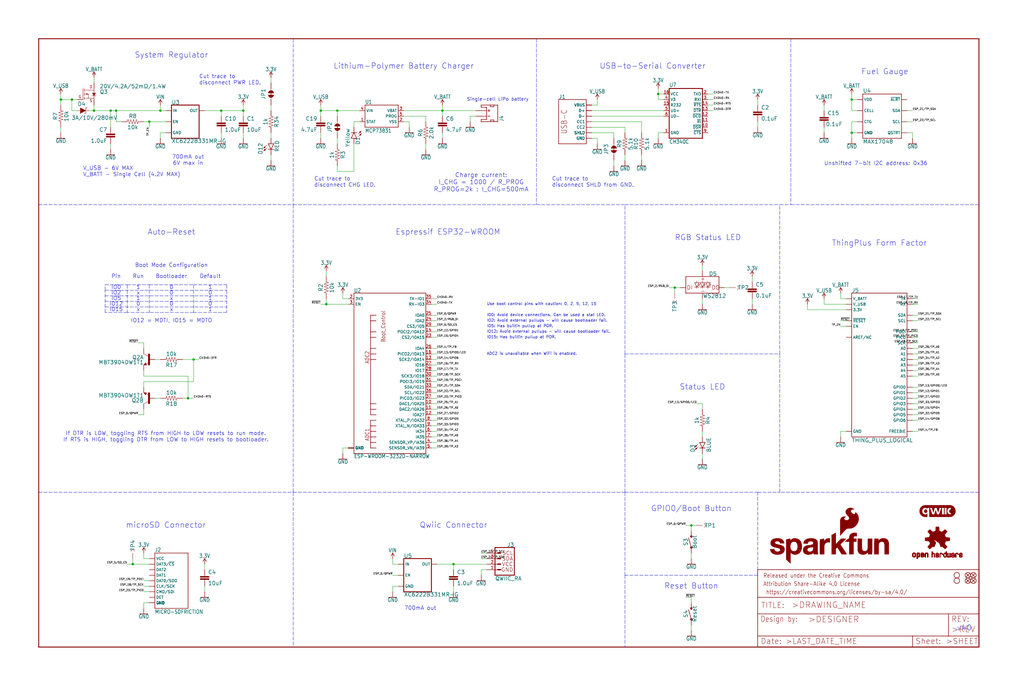
<source format=kicad_sch>
(kicad_sch (version 20211123) (generator eeschema)
  (paper "User" 470.306 317.906)
  (lib_symbols
    (symbol "eagleSchem-eagle-import:0.1UF-0402T-16V-10%"
      (property "Reference" "C" (at 1.524 2.921 0))
      (property "Value" "0.1UF-0402T-16V-10%" (at 1.524 -2.159 0))
      (symbol "0.1UF-0402T-16V-10%_1_0"
        (pin passive line (at 0 5.08 270) (length 2.54) (name "1") (number "1"))
        (pin passive line (at 0 -2.54 90) (length 2.54) (name "2") (number "2"))
      )
    )
    (symbol "eagleSchem-eagle-import:0.1UF-0402T-6.3V-10%-X7R"
      (property "Reference" "C" (at 1.524 2.921 0))
      (property "Value" "0.1UF-0402T-6.3V-10%-X7R" (at 1.524 -2.159 0))
      (symbol "0.1UF-0402T-6.3V-10%-X7R_1_0"
        (pin passive line (at 0 5.08 270) (length 2.54) (name "1") (number "1"))
        (pin passive line (at 0 -2.54 90) (length 2.54) (name "2") (number "2"))
      )
    )
    (symbol "eagleSchem-eagle-import:1.0UF-0402T-16V-10%"
      (property "Reference" "C" (at 1.524 2.921 0))
      (property "Value" "1.0UF-0402T-16V-10%" (at 1.524 -2.159 0))
      (symbol "1.0UF-0402T-16V-10%_1_0"
        (pin passive line (at 0 5.08 270) (length 2.54) (name "1") (number "1"))
        (pin passive line (at 0 -2.54 90) (length 2.54) (name "2") (number "2"))
      )
    )
    (symbol "eagleSchem-eagle-import:10KOHM-0402T-1{slash}16W-1%"
      (property "Reference" "R" (at 0 1.524 0))
      (property "Value" "10KOHM-0402T-1{slash}16W-1%" (at 0 -1.524 0))
      (symbol "10KOHM-0402T-1{slash}16W-1%_1_0"
        (pin passive line (at -5.08 0 0) (length 2.54) (name "1") (number "1"))
        (pin passive line (at 5.08 0 180) (length 2.54) (name "2") (number "2"))
      )
    )
    (symbol "eagleSchem-eagle-import:10UF-0402T-6.3V-20%"
      (property "Reference" "C" (at 1.524 2.921 0))
      (property "Value" "10UF-0402T-6.3V-20%" (at 1.524 -2.159 0))
      (symbol "10UF-0402T-6.3V-20%_1_0"
        (pin passive line (at 0 5.08 270) (length 2.54) (name "1") (number "1"))
        (pin passive line (at 0 -2.54 90) (length 2.54) (name "2") (number "2"))
      )
    )
    (symbol "eagleSchem-eagle-import:1KOHM-0402T-1{slash}16W-1%"
      (property "Reference" "R" (at 0 1.524 0))
      (property "Value" "1KOHM-0402T-1{slash}16W-1%" (at 0 -1.524 0))
      (symbol "1KOHM-0402T-1{slash}16W-1%_1_0"
        (pin passive line (at -5.08 0 0) (length 2.54) (name "1") (number "1"))
        (pin passive line (at 5.08 0 180) (length 2.54) (name "2") (number "2"))
      )
    )
    (symbol "eagleSchem-eagle-import:2.0KOHM-0603-1{slash}10W-5%"
      (property "Reference" "R" (at 0 1.524 0))
      (property "Value" "2.0KOHM-0603-1{slash}10W-5%" (at 0 -1.524 0))
      (symbol "2.0KOHM-0603-1{slash}10W-5%_1_0"
        (pin passive line (at -5.08 0 0) (length 2.54) (name "1") (number "1"))
        (pin passive line (at 5.08 0 180) (length 2.54) (name "2") (number "2"))
      )
    )
    (symbol "eagleSchem-eagle-import:3.3V" (power)
      (property "Value" "3.3V" (at 0 2.794 0))
      (symbol "3.3V_1_0"
        (pin power_in line (at 0 0 90) (length 2.54) (name "3.3V") (number "1"))
      )
    )
    (symbol "eagleSchem-eagle-import:4.7UF-0402_TIGHT-6.3V-20%-X5R"
      (property "Reference" "C" (at 1.524 2.921 0))
      (property "Value" "4.7UF-0402_TIGHT-6.3V-20%-X5R" (at 1.524 -2.159 0))
      (symbol "4.7UF-0402_TIGHT-6.3V-20%-X5R_1_0"
        (pin passive line (at 0 5.08 270) (length 2.54) (name "1") (number "1"))
        (pin passive line (at 0 -2.54 90) (length 2.54) (name "2") (number "2"))
      )
    )
    (symbol "eagleSchem-eagle-import:4.7UF-0603-35V-(20%)"
      (property "Reference" "C" (at 1.524 2.921 0))
      (property "Value" "4.7UF-0603-35V-(20%)" (at 1.524 -2.159 0))
      (symbol "4.7UF-0603-35V-(20%)_1_0"
        (pin passive line (at 0 5.08 270) (length 2.54) (name "1") (number "1"))
        (pin passive line (at 0 -2.54 90) (length 2.54) (name "2") (number "2"))
      )
    )
    (symbol "eagleSchem-eagle-import:5.1KOHM-0402T-1{slash}16W-1%"
      (property "Reference" "R" (at 0 1.524 0))
      (property "Value" "5.1KOHM-0402T-1{slash}16W-1%" (at 0 -1.524 0))
      (symbol "5.1KOHM-0402T-1{slash}16W-1%_1_0"
        (pin passive line (at -5.08 0 0) (length 2.54) (name "1") (number "1"))
        (pin passive line (at 5.08 0 180) (length 2.54) (name "2") (number "2"))
      )
    )
    (symbol "eagleSchem-eagle-import:CH340C"
      (property "Reference" "U" (at -7.62 10.795 0))
      (property "Value" "CH340C" (at -7.62 -15.24 0))
      (symbol "CH340C_1_0"
        (pin bidirectional line (at -10.16 -10.16 0) (length 2.54) (name "GND") (number "1"))
        (pin bidirectional line (at 10.16 -7.62 180) (length 2.54) (name "~{DSR}") (number "10"))
        (pin bidirectional line (at 10.16 -5.08 180) (length 2.54) (name "~{RI}") (number "11"))
        (pin bidirectional line (at 10.16 -2.54 180) (length 2.54) (name "~{DCD}") (number "12"))
        (pin bidirectional line (at 10.16 0 180) (length 2.54) (name "~{DTR}") (number "13"))
        (pin bidirectional line (at 10.16 2.54 180) (length 2.54) (name "~{RTS}") (number "14"))
        (pin bidirectional line (at -10.16 2.54 0) (length 2.54) (name "R232") (number "15"))
        (pin bidirectional line (at -10.16 7.62 0) (length 2.54) (name "VCC") (number "16"))
        (pin bidirectional line (at 10.16 7.62 180) (length 2.54) (name "TXO") (number "2"))
        (pin bidirectional line (at 10.16 5.08 180) (length 2.54) (name "RXI") (number "3"))
        (pin bidirectional line (at -10.16 5.08 0) (length 2.54) (name "V3") (number "4"))
        (pin bidirectional line (at -10.16 0 0) (length 2.54) (name "UD+") (number "5"))
        (pin bidirectional line (at -10.16 -2.54 0) (length 2.54) (name "UD-") (number "6"))
        (pin bidirectional line (at 10.16 -10.16 180) (length 2.54) (name "~{CTS}") (number "9"))
      )
    )
    (symbol "eagleSchem-eagle-import:DIODE-SCHOTTKY-BAT60A"
      (property "Reference" "D" (at -2.54 2.032 0))
      (property "Value" "DIODE-SCHOTTKY-BAT60A" (at -2.54 -2.032 0))
      (symbol "DIODE-SCHOTTKY-BAT60A_1_0"
        (pin passive line (at -2.54 0 0) (length 0) (name "A") (number "A"))
        (pin passive line (at 2.54 0 180) (length 0) (name "C") (number "C"))
      )
    )
    (symbol "eagleSchem-eagle-import:ESP-WROOM-3232D-NARROW"
      (property "Reference" "U" (at -17.78 38.354 0))
      (property "Value" "ESP-WROOM-3232D-NARROW" (at -17.78 -35.814 0))
      (symbol "ESP-WROOM-3232D-NARROW_1_0"
        (text "ADC1" (at -11.684 -26.924 900) (effects (font (size 1.778 1.5113))))
        (text "ADC2" (at -11.684 8.636 900) (effects (font (size 1.778 1.5113))))
        (text "Boot_Control" (at -4.318 22.86 900) (effects (font (size 1.778 1.5113))))
        (pin bidirectional line (at -20.32 -33.02 0) (length 2.54) (name "GND") (number "1"))
        (pin bidirectional line (at 17.78 -12.7 180) (length 2.54) (name "DAC1/IOA25") (number "10"))
        (pin bidirectional line (at 17.78 -15.24 180) (length 2.54) (name "DAC2/IOA26") (number "11"))
        (pin bidirectional line (at 17.78 -17.78 180) (length 2.54) (name "IOA27") (number "12"))
        (pin bidirectional line (at 17.78 7.62 180) (length 2.54) (name "SCK2/IOA14") (number "13"))
        (pin bidirectional line (at 17.78 20.32 180) (length 2.54) (name "POCI2/IOA12") (number "14"))
        (pin bidirectional line (at -20.32 -33.02 0) (length 2.54) (name "GND") (number "15"))
        (pin bidirectional line (at 17.78 10.16 180) (length 2.54) (name "PICO2/IOA13") (number "16"))
        (pin bidirectional line (at -20.32 35.56 0) (length 2.54) (name "3V3") (number "2"))
        (pin bidirectional line (at 17.78 17.78 180) (length 2.54) (name "CS2/IOA15") (number "23"))
        (pin bidirectional line (at 17.78 25.4 180) (length 2.54) (name "IOA2") (number "24"))
        (pin bidirectional line (at 17.78 27.94 180) (length 2.54) (name "IOA0") (number "25"))
        (pin bidirectional line (at 17.78 12.7 180) (length 2.54) (name "IOA4") (number "26"))
        (pin bidirectional line (at 17.78 5.08 180) (length 2.54) (name "IO16") (number "27"))
        (pin bidirectional line (at 17.78 2.54 180) (length 2.54) (name "IO17") (number "28"))
        (pin bidirectional line (at 17.78 22.86 180) (length 2.54) (name "CS3/IO5") (number "29"))
        (pin bidirectional line (at -20.32 33.02 0) (length 2.54) (name "EN") (number "3"))
        (pin bidirectional line (at 17.78 0 180) (length 2.54) (name "SCK3/IO18") (number "30"))
        (pin bidirectional line (at 17.78 -2.54 180) (length 2.54) (name "POCI3/IO19") (number "31"))
        (pin bidirectional line (at 17.78 -5.08 180) (length 2.54) (name "SDA/IO21") (number "33"))
        (pin bidirectional line (at 17.78 33.02 180) (length 2.54) (name "RX-IO3") (number "34"))
        (pin bidirectional line (at 17.78 35.56 180) (length 2.54) (name "TX-IO1") (number "35"))
        (pin bidirectional line (at 17.78 -7.62 180) (length 2.54) (name "SCL/IO22") (number "36"))
        (pin bidirectional line (at 17.78 -10.16 180) (length 2.54) (name "PICO3/IO23") (number "37"))
        (pin bidirectional line (at -20.32 -33.02 0) (length 2.54) (name "GND") (number "38"))
        (pin bidirectional line (at 17.78 -30.48 180) (length 2.54) (name "SENSOR_VP/IA36") (number "4"))
        (pin bidirectional line (at 17.78 -33.02 180) (length 2.54) (name "SENSOR_VN/IA39") (number "5"))
        (pin bidirectional line (at 17.78 -25.4 180) (length 2.54) (name "IA34") (number "6"))
        (pin bidirectional line (at 17.78 -27.94 180) (length 2.54) (name "IA35") (number "7"))
        (pin bidirectional line (at 17.78 -20.32 180) (length 2.54) (name "XTAL_P/IOA32") (number "8"))
        (pin bidirectional line (at 17.78 -22.86 180) (length 2.54) (name "XTAL_N/IOA33") (number "9"))
        (pin bidirectional line (at -20.32 -33.02 0) (length 2.54) (name "GND") (number "GND1"))
        (pin bidirectional line (at -20.32 -33.02 0) (length 2.54) (name "GND") (number "GNDT1"))
        (pin bidirectional line (at -20.32 -33.02 0) (length 2.54) (name "GND") (number "GNDT2"))
        (pin bidirectional line (at -20.32 -33.02 0) (length 2.54) (name "GND") (number "GNDT3"))
        (pin bidirectional line (at -20.32 -33.02 0) (length 2.54) (name "GND") (number "GNDT4"))
        (pin bidirectional line (at -20.32 -33.02 0) (length 2.54) (name "GND") (number "GNDT5"))
        (pin bidirectional line (at -20.32 -33.02 0) (length 2.54) (name "GND") (number "GNDT6"))
        (pin bidirectional line (at -20.32 -33.02 0) (length 2.54) (name "GND") (number "GNDT7"))
        (pin bidirectional line (at -20.32 -33.02 0) (length 2.54) (name "GND") (number "GNDT8"))
      )
    )
    (symbol "eagleSchem-eagle-import:FIDUCIALUFIDUCIAL")
    (symbol "eagleSchem-eagle-import:FRAME-LEDGER"
      (symbol "FRAME-LEDGER_2_0"
        (text " https://creativecommons.org/licenses/by-sa/4.0/" (at 2.54 24.13 0) (effects (font (size 1.9304 1.6408)) (justify left bottom)))
        (text ">DESIGNER" (at 23.114 11.176 0) (effects (font (size 2.7432 2.7432)) (justify left bottom)))
        (text ">DRAWING_NAME" (at 15.494 17.78 0) (effects (font (size 2.7432 2.7432)) (justify left bottom)))
        (text ">LAST_DATE_TIME" (at 12.7 1.27 0) (effects (font (size 2.54 2.54)) (justify left bottom)))
        (text ">REV" (at 88.9 6.604 0) (effects (font (size 2.7432 2.7432)) (justify left bottom)))
        (text ">SHEET" (at 86.36 1.27 0) (effects (font (size 2.54 2.54)) (justify left bottom)))
        (text "Attribution Share-Alike 4.0 License" (at 2.54 27.94 0) (effects (font (size 1.9304 1.6408)) (justify left bottom)))
        (text "Date:" (at 1.27 1.27 0) (effects (font (size 2.54 2.54)) (justify left bottom)))
        (text "Design by:" (at 1.27 11.43 0) (effects (font (size 2.54 2.159)) (justify left bottom)))
        (text "Released under the Creative Commons" (at 2.54 31.75 0) (effects (font (size 1.9304 1.6408)) (justify left bottom)))
        (text "REV:" (at 88.9 11.43 0) (effects (font (size 2.54 2.54)) (justify left bottom)))
        (text "Sheet:" (at 72.39 1.27 0) (effects (font (size 2.54 2.54)) (justify left bottom)))
        (text "TITLE:" (at 1.524 17.78 0) (effects (font (size 2.54 2.54)) (justify left bottom)))
      )
    )
    (symbol "eagleSchem-eagle-import:GND" (power)
      (property "Value" "GND" (at 0 -0.254 0))
      (symbol "GND_1_0"
        (pin power_in line (at 0 2.54 270) (length 2.54) (name "GND") (number "1"))
      )
    )
    (symbol "eagleSchem-eagle-import:JST_2MM_MALE"
      (property "Reference" "J" (at -2.54 5.842 0))
      (symbol "JST_2MM_MALE_1_0"
        (pin bidirectional line (at 0 -5.08 90) (length 5.08) (name "-") (number "1"))
        (pin bidirectional line (at 2.54 -5.08 90) (length 5.08) (name "+") (number "2"))
        (pin bidirectional line (at -2.54 2.54 90) (length 0) (name "PAD1") (number "NC1"))
        (pin bidirectional line (at 5.08 2.54 90) (length 0) (name "PAD2") (number "NC2"))
      )
    )
    (symbol "eagleSchem-eagle-import:JUMPER-SMT_2_NC_TRACE_SILK"
      (property "Reference" "JP" (at 0 3.048 0))
      (property "Value" "JUMPER-SMT_2_NC_TRACE_SILK" (at 0 -3.048 0))
      (symbol "JUMPER-SMT_2_NC_TRACE_SILK_1_0"
        (pin passive line (at -5.08 0 0) (length 2.54) (name "1") (number "1"))
        (pin passive line (at 5.08 0 180) (length 2.54) (name "2") (number "2"))
      )
    )
    (symbol "eagleSchem-eagle-import:LED-BLUE0603"
      (property "Reference" "D" (at -3.429 -4.572 90))
      (property "Value" "LED-BLUE0603" (at 1.905 -4.572 90))
      (symbol "LED-BLUE0603_1_0"
        (pin passive line (at 0 2.54 270) (length 2.54) (name "A") (number "A"))
        (pin passive line (at 0 -5.08 90) (length 2.54) (name "C") (number "C"))
      )
    )
    (symbol "eagleSchem-eagle-import:LED-RED0603"
      (property "Reference" "D" (at -3.429 -4.572 90))
      (property "Value" "LED-RED0603" (at 1.905 -4.572 90))
      (symbol "LED-RED0603_1_0"
        (pin passive line (at 0 2.54 270) (length 2.54) (name "A") (number "A"))
        (pin passive line (at 0 -5.08 90) (length 2.54) (name "C") (number "C"))
      )
    )
    (symbol "eagleSchem-eagle-import:LED-YELLOW0603"
      (property "Reference" "D" (at -3.429 -4.572 90))
      (property "Value" "LED-YELLOW0603" (at 1.905 -4.572 90))
      (symbol "LED-YELLOW0603_1_0"
        (pin passive line (at 0 2.54 270) (length 2.54) (name "A") (number "A"))
        (pin passive line (at 0 -5.08 90) (length 2.54) (name "C") (number "C"))
      )
    )
    (symbol "eagleSchem-eagle-import:MAX17048DFN8"
      (property "Reference" "U" (at -10.16 10.668 0))
      (property "Value" "MAX17048DFN8" (at -10.16 -12.7 0))
      (symbol "MAX17048DFN8_1_0"
        (pin input line (at -12.7 -2.54 0) (length 2.54) (name "CTG") (number "1"))
        (pin input line (at -12.7 2.54 0) (length 2.54) (name "CELL") (number "2"))
        (pin bidirectional line (at -12.7 7.62 0) (length 2.54) (name "VDD") (number "3"))
        (pin bidirectional line (at -12.7 -7.62 0) (length 2.54) (name "GND") (number "4"))
        (pin bidirectional line (at 10.16 7.62 180) (length 2.54) (name "~{ALRT}") (number "5"))
        (pin bidirectional line (at 10.16 -7.62 180) (length 2.54) (name "QSTRT") (number "6"))
        (pin output line (at 10.16 -2.54 180) (length 2.54) (name "SCL") (number "7"))
        (pin input line (at 10.16 2.54 180) (length 2.54) (name "SDA") (number "8"))
        (pin bidirectional line (at -12.7 -7.62 0) (length 2.54) (name "GND") (number "9"))
      )
    )
    (symbol "eagleSchem-eagle-import:MCP73831"
      (property "Reference" "U" (at -7.62 5.588 0))
      (property "Value" "MCP73831" (at -7.62 -7.62 0))
      (symbol "MCP73831_1_0"
        (pin output line (at -10.16 -2.54 0) (length 2.54) (name "STAT") (number "1"))
        (pin power_in line (at 10.16 -2.54 180) (length 2.54) (name "VSS") (number "2"))
        (pin power_in line (at 10.16 2.54 180) (length 2.54) (name "VBAT") (number "3"))
        (pin power_in line (at -10.16 2.54 0) (length 2.54) (name "VIN") (number "4"))
        (pin input line (at 10.16 0 180) (length 2.54) (name "PROG") (number "5"))
      )
    )
    (symbol "eagleSchem-eagle-import:MICRO-SDFRICTION"
      (property "Reference" "J" (at -5.08 13.208 0))
      (property "Value" "MICRO-SDFRICTION" (at -5.08 -15.24 0))
      (symbol "MICRO-SDFRICTION_1_0"
        (pin bidirectional line (at -7.62 5.08 0) (length 2.54) (name "DAT2") (number "1"))
        (pin bidirectional line (at -7.62 7.62 0) (length 2.54) (name "DAT3/~{CS}") (number "2"))
        (pin bidirectional line (at -7.62 -5.08 0) (length 2.54) (name "CMD/SDI") (number "3"))
        (pin bidirectional line (at -7.62 10.16 0) (length 2.54) (name "VCC") (number "4"))
        (pin bidirectional line (at -7.62 -2.54 0) (length 2.54) (name "CLK/SCK") (number "5"))
        (pin bidirectional line (at -7.62 -10.16 0) (length 2.54) (name "GND") (number "6"))
        (pin bidirectional line (at -7.62 0 0) (length 2.54) (name "DAT0/SDO") (number "7"))
        (pin bidirectional line (at -7.62 2.54 0) (length 2.54) (name "DAT1") (number "8"))
        (pin bidirectional line (at -7.62 -7.62 0) (length 2.54) (name "DET") (number "9"))
        (pin bidirectional line (at -7.62 -10.16 0) (length 2.54) (name "GND") (number "GND1"))
        (pin bidirectional line (at -7.62 -10.16 0) (length 2.54) (name "GND") (number "GND2"))
        (pin bidirectional line (at -7.62 -10.16 0) (length 2.54) (name "GND") (number "GND3"))
        (pin bidirectional line (at -7.62 -10.16 0) (length 2.54) (name "GND") (number "GND4"))
        (pin bidirectional line (at -7.62 -10.16 0) (length 2.54) (name "GND") (number "GND5"))
        (pin bidirectional line (at -7.62 -10.16 0) (length 2.54) (name "GND") (number "GND6"))
      )
    )
    (symbol "eagleSchem-eagle-import:MOMENTARY-SWITCH-SPST-SMD-4.6X2.8MM"
      (property "Reference" "S" (at 0 1.524 0))
      (property "Value" "MOMENTARY-SWITCH-SPST-SMD-4.6X2.8MM" (at 0 -0.508 0))
      (symbol "MOMENTARY-SWITCH-SPST-SMD-4.6X2.8MM_1_0"
        (pin passive line (at -5.08 0 0) (length 2.54) (name "1") (number "1"))
        (pin passive line (at -5.08 0 0) (length 2.54) (name "1") (number "2"))
        (pin passive line (at 5.08 0 180) (length 2.54) (name "2") (number "3"))
        (pin passive line (at 5.08 0 180) (length 2.54) (name "2") (number "4"))
      )
    )
    (symbol "eagleSchem-eagle-import:MOSFET_PCH-DMG2305UX-7"
      (property "Reference" "Q" (at 5.08 0 0))
      (property "Value" "MOSFET_PCH-DMG2305UX-7" (at 5.08 -2.54 0))
      (symbol "MOSFET_PCH-DMG2305UX-7_1_0"
        (text "D" (at 0.508 2.54 0) (effects (font (size 1.27 1.0795)) (justify left bottom)))
        (text "G" (at -3.302 -0.508 0) (effects (font (size 1.27 1.0795)) (justify right top)))
        (text "S" (at 0.508 -3.81 0) (effects (font (size 1.27 1.0795)) (justify left bottom)))
        (pin bidirectional line (at -5.08 -2.54 0) (length 2.54) (name "G") (number "1"))
        (pin bidirectional line (at 2.54 -5.08 90) (length 2.54) (name "S") (number "2"))
        (pin bidirectional line (at 2.54 5.08 270) (length 2.54) (name "D") (number "3"))
      )
    )
    (symbol "eagleSchem-eagle-import:OSHW-LOGOMINI")
    (symbol "eagleSchem-eagle-import:QWIIC_CONNECTORJS-1MM"
      (property "Reference" "J" (at -5.08 7.874 0))
      (property "Value" "QWIIC_CONNECTORJS-1MM" (at -5.08 -5.334 0))
      (symbol "QWIIC_CONNECTORJS-1MM_1_0"
        (text "GND" (at -4.572 -2.54 0) (effects (font (size 1.778 1.778)) (justify left)))
        (text "SCL" (at -4.572 5.08 0) (effects (font (size 1.778 1.778)) (justify left)))
        (text "SDA" (at -4.572 2.54 0) (effects (font (size 1.778 1.778)) (justify left)))
        (text "VCC" (at -4.572 0 0) (effects (font (size 1.778 1.778)) (justify left)))
        (pin power_in line (at 7.62 -2.54 180) (length 5.08) (name "1") (number "1"))
        (pin power_in line (at 7.62 0 180) (length 5.08) (name "2") (number "2"))
        (pin passive line (at 7.62 2.54 180) (length 5.08) (name "3") (number "3"))
        (pin passive line (at 7.62 5.08 180) (length 5.08) (name "4") (number "4"))
      )
    )
    (symbol "eagleSchem-eagle-import:QWIIC_LOGO_4MM")
    (symbol "eagleSchem-eagle-import:SFE_LOGO_NAME_FLAME.1_INCH")
    (symbol "eagleSchem-eagle-import:STAND-OFFTIGHT")
    (symbol "eagleSchem-eagle-import:TEST-POINT3X5"
      (property "Reference" "TP" (at -2.54 2.54 0))
      (property "Value" "TEST-POINT3X5" (at -2.54 -2.54 0))
      (symbol "TEST-POINT3X5_1_0"
        (pin bidirectional line (at 0 0 180) (length 0) (name "1") (number "1"))
      )
    )
    (symbol "eagleSchem-eagle-import:THING_PLUS_LOGICAL"
      (property "Reference" "J" (at -12.7 33.274 0))
      (property "Value" "THING_PLUS_LOGICAL" (at -12.7 -35.56 0))
      (symbol "THING_PLUS_LOGICAL_1_0"
        (pin bidirectional line (at 15.24 22.86 180) (length 2.54) (name "SDA") (number "1"))
        (pin bidirectional line (at -15.24 27.94 0) (length 2.54) (name "V_USB") (number "10"))
        (pin bidirectional line (at -15.24 17.78 0) (length 2.54) (name "EN") (number "11"))
        (pin bidirectional line (at -15.24 30.48 0) (length 2.54) (name "V_BATT") (number "12"))
        (pin bidirectional line (at 15.24 -30.48 180) (length 2.54) (name "FREEBIE") (number "13"))
        (pin bidirectional line (at 15.24 30.48 180) (length 2.54) (name "TX") (number "14"))
        (pin bidirectional line (at 15.24 27.94 180) (length 2.54) (name "RX") (number "15"))
        (pin bidirectional line (at 15.24 15.24 180) (length 2.54) (name "POCI") (number "16"))
        (pin bidirectional line (at 15.24 12.7 180) (length 2.54) (name "PICO") (number "17"))
        (pin bidirectional line (at 15.24 10.16 180) (length 2.54) (name "SCK") (number "18"))
        (pin bidirectional line (at 15.24 -5.08 180) (length 2.54) (name "A5") (number "19"))
        (pin bidirectional line (at 15.24 20.32 180) (length 2.54) (name "SCL") (number "2"))
        (pin bidirectional line (at 15.24 -2.54 180) (length 2.54) (name "A4") (number "20"))
        (pin bidirectional line (at 15.24 0 180) (length 2.54) (name "A3") (number "21"))
        (pin bidirectional line (at 15.24 2.54 180) (length 2.54) (name "A2") (number "22"))
        (pin bidirectional line (at 15.24 5.08 180) (length 2.54) (name "A1") (number "23"))
        (pin bidirectional line (at 15.24 7.62 180) (length 2.54) (name "A0") (number "24"))
        (pin bidirectional line (at -15.24 -30.48 0) (length 2.54) (name "GND") (number "25"))
        (pin bidirectional line (at -15.24 12.7 0) (length 2.54) (name "AREF/NC") (number "26"))
        (pin bidirectional line (at -15.24 25.4 0) (length 2.54) (name "3.3V") (number "27"))
        (pin bidirectional line (at -15.24 20.32 0) (length 2.54) (name "~{RESET}") (number "28"))
        (pin bidirectional line (at 15.24 -25.4 180) (length 2.54) (name "GPIO6") (number "3"))
        (pin bidirectional line (at 15.24 -22.86 180) (length 2.54) (name "GPIO5") (number "4"))
        (pin bidirectional line (at 15.24 -20.32 180) (length 2.54) (name "GPIO4") (number "5"))
        (pin bidirectional line (at 15.24 -17.78 180) (length 2.54) (name "GPIO3") (number "6"))
        (pin bidirectional line (at 15.24 -15.24 180) (length 2.54) (name "GPIO2") (number "7"))
        (pin bidirectional line (at 15.24 -12.7 180) (length 2.54) (name "GPIO1") (number "8"))
        (pin bidirectional line (at 15.24 -10.16 180) (length 2.54) (name "GPIO0") (number "9"))
      )
    )
    (symbol "eagleSchem-eagle-import:TRANS_NPN_DUAL-MBT3904DW1T1"
      (property "Reference" "Q" (at 2.54 0 0))
      (property "Value" "TRANS_NPN_DUAL-MBT3904DW1T1" (at 2.54 -2.286 0))
      (symbol "TRANS_NPN_DUAL-MBT3904DW1T1_1_0"
        (pin passive line (at 2.54 5.08 270) (length 2.54) (name "C") (number "3"))
        (pin passive line (at 2.54 -5.08 90) (length 2.54) (name "E") (number "4"))
        (pin passive line (at -2.54 0 0) (length 2.54) (name "B") (number "5"))
      )
      (symbol "TRANS_NPN_DUAL-MBT3904DW1T1_2_0"
        (pin passive line (at 2.54 -5.08 90) (length 2.54) (name "E") (number "1"))
        (pin passive line (at -2.54 0 0) (length 2.54) (name "B") (number "2"))
        (pin passive line (at 2.54 5.08 270) (length 2.54) (name "C") (number "6"))
      )
    )
    (symbol "eagleSchem-eagle-import:USB_C_2-LAYER_PADS"
      (property "Reference" "J" (at -2.54 10.414 0))
      (property "Value" "USB_C_2-LAYER_PADS" (at -2.54 -12.446 0))
      (symbol "USB_C_2-LAYER_PADS_1_0"
        (text "USB-C" (at 0 0 900) (effects (font (size 2.54 2.159))))
        (pin bidirectional line (at 12.7 0 180) (length 2.54) (name "CC1") (number "A5"))
        (pin bidirectional line (at 12.7 5.08 180) (length 2.54) (name "D+") (number "A6"))
        (pin bidirectional line (at 12.7 2.54 180) (length 2.54) (name "D-") (number "A7"))
        (pin bidirectional line (at 12.7 -2.54 180) (length 2.54) (name "CC2") (number "B5"))
        (pin bidirectional line (at 12.7 5.08 180) (length 2.54) (name "D+") (number "B6"))
        (pin bidirectional line (at 12.7 2.54 180) (length 2.54) (name "D-") (number "B7"))
        (pin bidirectional line (at 12.7 -7.62 180) (length 2.54) (name "GND") (number "GND"))
        (pin bidirectional line (at 12.7 -7.62 180) (length 2.54) (name "GND") (number "GND2"))
        (pin bidirectional line (at 12.7 -5.08 180) (length 2.54) (name "SHLD") (number "SHLD1"))
        (pin bidirectional line (at 12.7 -5.08 180) (length 2.54) (name "SHLD") (number "SHLD2"))
        (pin bidirectional line (at 12.7 -5.08 180) (length 2.54) (name "SHLD") (number "SHLD3"))
        (pin bidirectional line (at 12.7 -5.08 180) (length 2.54) (name "SHLD") (number "SHLD4"))
        (pin bidirectional line (at 12.7 7.62 180) (length 2.54) (name "VBUS") (number "VBUS1"))
        (pin bidirectional line (at 12.7 7.62 180) (length 2.54) (name "VBUS") (number "VBUS2"))
      )
    )
    (symbol "eagleSchem-eagle-import:VIN" (power)
      (property "Value" "VIN" (at 0 2.794 0))
      (symbol "VIN_1_0"
        (pin power_in line (at 0 0 90) (length 2.54) (name "VIN") (number "1"))
      )
    )
    (symbol "eagleSchem-eagle-import:V_BATT" (power)
      (property "Value" "V_BATT" (at 0 2.794 0))
      (symbol "V_BATT_1_0"
        (pin power_in line (at 0 0 90) (length 2.54) (name "V_BATT") (number "1"))
      )
    )
    (symbol "eagleSchem-eagle-import:V_USB" (power)
      (property "Value" "V_USB" (at 0 2.794 0))
      (symbol "V_USB_1_0"
        (pin power_in line (at 0 0 90) (length 2.54) (name "V_USB") (number "1"))
      )
    )
    (symbol "eagleSchem-eagle-import:WS2812_2020"
      (property "Reference" "D" (at 4.826 5.334 0))
      (property "Value" "WS2812_2020" (at 5.588 -4.826 0))
      (symbol "WS2812_2020_1_0"
        (text "+" (at 0.254 4.064 0) (effects (font (size 1.778 1.778))))
        (text "-" (at 0.254 -1.524 0) (effects (font (size 1.778 1.778))))
        (text "DI" (at -5.842 0 0) (effects (font (size 1.778 1.778))))
        (text "DO" (at 6.096 0 0) (effects (font (size 1.778 1.778))))
        (pin bidirectional line (at -10.16 0 0) (length 2.54) (name "DI") (number "DI"))
        (pin bidirectional line (at 10.16 0 180) (length 2.54) (name "DO") (number "DO"))
        (pin bidirectional line (at 0 -5.08 90) (length 2.54) (name "GND") (number "GND"))
        (pin bidirectional line (at 0 7.62 270) (length 2.54) (name "VCC") (number "VCC"))
      )
    )
    (symbol "eagleSchem-eagle-import:XC6222B331MR-G"
      (property "Reference" "U" (at -7.62 7.874 0))
      (property "Value" "XC6222B331MR-G" (at -7.62 -7.874 0))
      (symbol "XC6222B331MR-G_1_0"
        (pin input line (at -10.16 5.08 0) (length 2.54) (name "IN") (number "1"))
        (pin input line (at -10.16 -5.08 0) (length 2.54) (name "GND") (number "2"))
        (pin input line (at -10.16 0 0) (length 2.54) (name "EN") (number "3"))
        (pin passive line (at 7.62 5.08 180) (length 2.54) (name "OUT") (number "5"))
      )
    )
  )
  (junction (at 88.9 165.1))
  (junction (at 149.86 139.7))
  (junction (at 27.94 45.72))
  (junction (at 309.88 132.08))
  (junction (at 391.16 60.96))
  (junction (at 208.28 259.08))
  (junction (at 302.26 43.18))
  (junction (at 53.34 50.8))
  (junction (at 33.02 45.72))
  (junction (at 68.58 55.88))
  (junction (at 391.16 45.72))
  (junction (at 101.6 50.8))
  (junction (at 111.76 50.8))
  (junction (at 86.36 182.88))
  (junction (at 147.32 50.8))
  (junction (at 43.18 50.8))
  (junction (at 73.66 50.8))
  (junction (at 50.8 50.8))
  (junction (at 317.5 241.3))
  (junction (at 60.96 259.08))
  (junction (at 154.94 50.8))
  (junction (at 203.2 50.8))
  (polyline (pts (xy 104.14 130.81) (xy 104.14 133.35)))
  (polyline (pts (xy 48.26 135.89) (xy 104.14 135.89)))
  (wire (pts (xy 200.66 259.08) (xy 208.28 259.08)))
  (wire (pts (xy 345.44 137.16) (xy 345.44 139.7)))
  (polyline (pts (xy 48.26 138.43) (xy 104.14 138.43)))
  (polyline (pts (xy 287.02 226.06) (xy 287.02 162.56)))
  (wire (pts (xy 370.84 142.24) (xy 388.62 142.24)))
  (wire (pts (xy 101.6 50.8) (xy 111.76 50.8)))
  (wire (pts (xy 370.84 139.7) (xy 370.84 142.24)))
  (wire (pts (xy 378.46 58.42) (xy 378.46 60.96)))
  (wire (pts (xy 378.46 139.7) (xy 388.62 139.7)))
  (polyline (pts (xy 347.98 226.06) (xy 358.14 226.06)))
  (wire (pts (xy 86.36 182.88) (xy 86.36 172.72)))
  (polyline (pts (xy 347.98 264.16) (xy 347.98 226.06)))
  (wire (pts (xy 93.98 269.24) (xy 93.98 271.78)))
  (wire (pts (xy 302.26 63.5) (xy 302.26 60.96)))
  (wire (pts (xy 345.44 127) (xy 345.44 129.54)))
  (wire (pts (xy 332.74 132.08) (xy 335.28 132.08)))
  (wire (pts (xy 93.98 50.8) (xy 101.6 50.8)))
  (wire (pts (xy 73.66 50.8) (xy 53.34 50.8)))
  (wire (pts (xy 198.12 198.12) (xy 200.66 198.12)))
  (wire (pts (xy 68.58 271.78) (xy 66.04 271.78)))
  (wire (pts (xy 73.66 182.88) (xy 71.12 182.88)))
  (wire (pts (xy 416.56 60.96) (xy 419.1 60.96)))
  (wire (pts (xy 317.5 287.02) (xy 317.5 289.56)))
  (wire (pts (xy 208.28 271.78) (xy 208.28 269.24)))
  (wire (pts (xy 165.1 50.8) (xy 154.94 50.8)))
  (wire (pts (xy 302.26 43.18) (xy 302.26 40.64)))
  (wire (pts (xy 147.32 50.8) (xy 147.32 48.26)))
  (wire (pts (xy 101.6 50.8) (xy 101.6 53.34)))
  (wire (pts (xy 208.28 259.08) (xy 223.52 259.08)))
  (wire (pts (xy 68.58 259.08) (xy 60.96 259.08)))
  (wire (pts (xy 419.1 193.04) (xy 421.64 193.04)))
  (wire (pts (xy 419.1 152.4) (xy 421.64 152.4)))
  (polyline (pts (xy 134.62 93.98) (xy 246.38 93.98)))
  (wire (pts (xy 198.12 170.18) (xy 200.66 170.18)))
  (wire (pts (xy 66.04 172.72) (xy 66.04 170.18)))
  (wire (pts (xy 66.04 177.8) (xy 66.04 175.26)))
  (wire (pts (xy 391.16 45.72) (xy 393.7 45.72)))
  (wire (pts (xy 215.9 53.34) (xy 215.9 55.88)))
  (wire (pts (xy 68.58 55.88) (xy 76.2 55.88)))
  (wire (pts (xy 274.32 63.5) (xy 274.32 66.04)))
  (wire (pts (xy 60.96 259.08) (xy 58.42 259.08)))
  (wire (pts (xy 322.58 185.42) (xy 322.58 187.96)))
  (wire (pts (xy 88.9 165.1) (xy 91.44 165.1)))
  (wire (pts (xy 83.82 182.88) (xy 86.36 182.88)))
  (wire (pts (xy 322.58 137.16) (xy 322.58 139.7)))
  (wire (pts (xy 386.08 134.62) (xy 386.08 137.16)))
  (polyline (pts (xy 449.58 226.06) (xy 358.14 226.06)))
  (wire (pts (xy 182.88 269.24) (xy 180.34 269.24)))
  (wire (pts (xy 312.42 132.08) (xy 309.88 132.08)))
  (wire (pts (xy 198.12 160.02) (xy 200.66 160.02)))
  (wire (pts (xy 33.02 45.72) (xy 33.02 50.8)))
  (wire (pts (xy 393.7 60.96) (xy 391.16 60.96)))
  (wire (pts (xy 419.1 147.32) (xy 421.64 147.32)))
  (wire (pts (xy 304.8 43.18) (xy 302.26 43.18)))
  (wire (pts (xy 386.08 198.12) (xy 386.08 200.66)))
  (wire (pts (xy 322.58 124.46) (xy 322.58 121.92)))
  (polyline (pts (xy 363.22 17.78) (xy 363.22 93.98)))
  (wire (pts (xy 154.94 66.04) (xy 154.94 63.5)))
  (wire (pts (xy 294.64 73.66) (xy 294.64 71.12)))
  (wire (pts (xy 215.9 53.34) (xy 218.44 53.34)))
  (wire (pts (xy 274.32 48.26) (xy 274.32 45.72)))
  (wire (pts (xy 281.94 73.66) (xy 281.94 76.2)))
  (wire (pts (xy 124.46 60.96) (xy 124.46 63.5)))
  (polyline (pts (xy 287.02 162.56) (xy 358.14 162.56)))
  (wire (pts (xy 271.78 50.8) (xy 304.8 50.8)))
  (wire (pts (xy 317.5 254) (xy 317.5 256.54)))
  (wire (pts (xy 180.34 259.08) (xy 180.34 256.54)))
  (polyline (pts (xy 68.58 130.81) (xy 68.58 143.51)))
  (wire (pts (xy 149.86 139.7) (xy 147.32 139.7)))
  (polyline (pts (xy 68.58 143.51) (xy 58.42 143.51)))
  (wire (pts (xy 180.34 264.16) (xy 182.88 264.16)))
  (wire (pts (xy 198.12 203.2) (xy 200.66 203.2)))
  (wire (pts (xy 66.04 256.54) (xy 66.04 254)))
  (wire (pts (xy 73.66 50.8) (xy 73.66 48.26)))
  (wire (pts (xy 27.94 60.96) (xy 27.94 58.42)))
  (polyline (pts (xy 287.02 226.06) (xy 347.98 226.06)))
  (wire (pts (xy 66.04 175.26) (xy 88.9 175.26)))
  (wire (pts (xy 419.1 160.02) (xy 421.64 160.02)))
  (wire (pts (xy 198.12 193.04) (xy 200.66 193.04)))
  (wire (pts (xy 317.5 276.86) (xy 317.5 274.32)))
  (wire (pts (xy 162.56 58.42) (xy 162.56 55.88)))
  (wire (pts (xy 154.94 53.34) (xy 154.94 50.8)))
  (polyline (pts (xy 358.14 226.06) (xy 358.14 162.56)))
  (wire (pts (xy 309.88 134.62) (xy 309.88 132.08)))
  (wire (pts (xy 419.1 177.8) (xy 421.64 177.8)))
  (wire (pts (xy 416.56 55.88) (xy 419.1 55.88)))
  (wire (pts (xy 378.46 48.26) (xy 378.46 50.8)))
  (wire (pts (xy 281.94 63.5) (xy 281.94 60.96)))
  (wire (pts (xy 325.12 48.26) (xy 327.66 48.26)))
  (wire (pts (xy 419.1 167.64) (xy 421.64 167.64)))
  (wire (pts (xy 124.46 73.66) (xy 124.46 71.12)))
  (wire (pts (xy 195.58 66.04) (xy 195.58 68.58)))
  (polyline (pts (xy 88.9 130.81) (xy 104.14 130.81)))
  (wire (pts (xy 198.12 195.58) (xy 200.66 195.58)))
  (wire (pts (xy 391.16 50.8) (xy 391.16 45.72)))
  (wire (pts (xy 320.04 185.42) (xy 322.58 185.42)))
  (wire (pts (xy 162.56 55.88) (xy 165.1 55.88)))
  (polyline (pts (xy 134.62 226.06) (xy 287.02 226.06)))
  (wire (pts (xy 271.78 58.42) (xy 287.02 58.42)))
  (wire (pts (xy 419.1 154.94) (xy 421.64 154.94)))
  (wire (pts (xy 111.76 48.26) (xy 111.76 50.8)))
  (wire (pts (xy 68.58 256.54) (xy 66.04 256.54)))
  (wire (pts (xy 302.26 60.96) (xy 304.8 60.96)))
  (wire (pts (xy 198.12 187.96) (xy 200.66 187.96)))
  (wire (pts (xy 160.02 205.74) (xy 157.48 205.74)))
  (wire (pts (xy 198.12 167.64) (xy 200.66 167.64)))
  (wire (pts (xy 302.26 45.72) (xy 302.26 43.18)))
  (wire (pts (xy 50.8 66.04) (xy 50.8 68.58)))
  (wire (pts (xy 388.62 149.86) (xy 386.08 149.86)))
  (wire (pts (xy 198.12 182.88) (xy 200.66 182.88)))
  (polyline (pts (xy 58.42 143.51) (xy 48.26 143.51)))
  (wire (pts (xy 154.94 50.8) (xy 147.32 50.8)))
  (wire (pts (xy 419.1 198.12) (xy 421.64 198.12)))
  (wire (pts (xy 419.1 157.48) (xy 421.64 157.48)))
  (wire (pts (xy 419.1 172.72) (xy 421.64 172.72)))
  (wire (pts (xy 203.2 50.8) (xy 185.42 50.8)))
  (wire (pts (xy 198.12 154.94) (xy 200.66 154.94)))
  (wire (pts (xy 419.1 190.5) (xy 421.64 190.5)))
  (wire (pts (xy 182.88 259.08) (xy 180.34 259.08)))
  (wire (pts (xy 43.18 35.56) (xy 43.18 38.1)))
  (polyline (pts (xy 358.14 93.98) (xy 363.22 93.98)))
  (wire (pts (xy 317.5 243.84) (xy 317.5 241.3)))
  (wire (pts (xy 157.48 134.62) (xy 157.48 137.16)))
  (wire (pts (xy 322.58 210.82) (xy 322.58 208.28)))
  (wire (pts (xy 393.7 55.88) (xy 391.16 55.88)))
  (wire (pts (xy 111.76 50.8) (xy 111.76 53.34)))
  (polyline (pts (xy 287.02 264.16) (xy 287.02 297.18)))
  (wire (pts (xy 88.9 175.26) (xy 88.9 165.1)))
  (wire (pts (xy 419.1 60.96) (xy 419.1 63.5)))
  (wire (pts (xy 111.76 63.5) (xy 111.76 60.96)))
  (wire (pts (xy 40.64 50.8) (xy 43.18 50.8)))
  (wire (pts (xy 325.12 45.72) (xy 327.66 45.72)))
  (wire (pts (xy 160.02 139.7) (xy 149.86 139.7)))
  (wire (pts (xy 198.12 177.8) (xy 200.66 177.8)))
  (wire (pts (xy 76.2 60.96) (xy 73.66 60.96)))
  (wire (pts (xy 43.18 50.8) (xy 50.8 50.8)))
  (wire (pts (xy 419.1 180.34) (xy 421.64 180.34)))
  (wire (pts (xy 180.34 269.24) (xy 180.34 271.78)))
  (wire (pts (xy 66.04 190.5) (xy 63.5 190.5)))
  (polyline (pts (xy 17.78 93.98) (xy 134.62 93.98)))
  (wire (pts (xy 325.12 50.8) (xy 327.66 50.8)))
  (polyline (pts (xy 48.26 143.51) (xy 48.26 133.35)))
  (wire (pts (xy 203.2 48.26) (xy 203.2 50.8)))
  (wire (pts (xy 198.12 152.4) (xy 200.66 152.4)))
  (wire (pts (xy 93.98 259.08) (xy 93.98 261.62)))
  (wire (pts (xy 393.7 50.8) (xy 391.16 50.8)))
  (wire (pts (xy 53.34 50.8) (xy 50.8 50.8)))
  (wire (pts (xy 50.8 50.8) (xy 50.8 58.42)))
  (wire (pts (xy 66.04 55.88) (xy 68.58 55.88)))
  (wire (pts (xy 391.16 45.72) (xy 391.16 43.18)))
  (wire (pts (xy 157.48 205.74) (xy 157.48 208.28)))
  (wire (pts (xy 76.2 50.8) (xy 73.66 50.8)))
  (wire (pts (xy 68.58 55.88) (xy 68.58 58.42)))
  (wire (pts (xy 68.58 269.24) (xy 66.04 269.24)))
  (polyline (pts (xy 104.14 133.35) (xy 104.14 143.51)))
  (wire (pts (xy 162.56 78.74) (xy 154.94 78.74)))
  (wire (pts (xy 73.66 60.96) (xy 73.66 63.5)))
  (wire (pts (xy 347.98 45.72) (xy 347.98 48.26)))
  (wire (pts (xy 198.12 139.7) (xy 200.66 139.7)))
  (wire (pts (xy 86.36 182.88) (xy 88.9 182.88)))
  (wire (pts (xy 208.28 259.08) (xy 208.28 261.62)))
  (wire (pts (xy 203.2 53.34) (xy 203.2 50.8)))
  (wire (pts (xy 101.6 63.5) (xy 101.6 60.96)))
  (polyline (pts (xy 134.62 226.06) (xy 134.62 297.18)))
  (wire (pts (xy 388.62 147.32) (xy 386.08 147.32)))
  (polyline (pts (xy 88.9 130.81) (xy 88.9 143.51)))
  (wire (pts (xy 419.1 137.16) (xy 421.64 137.16)))
  (wire (pts (xy 419.1 187.96) (xy 421.64 187.96)))
  (polyline (pts (xy 347.98 264.16) (xy 287.02 264.16)))
  (wire (pts (xy 68.58 276.86) (xy 66.04 276.86)))
  (wire (pts (xy 198.12 205.74) (xy 200.66 205.74)))
  (wire (pts (xy 147.32 63.5) (xy 147.32 60.96)))
  (wire (pts (xy 157.48 137.16) (xy 160.02 137.16)))
  (wire (pts (xy 86.36 172.72) (xy 66.04 172.72)))
  (wire (pts (xy 33.02 50.8) (xy 35.56 50.8)))
  (wire (pts (xy 386.08 137.16) (xy 388.62 137.16)))
  (wire (pts (xy 419.1 170.18) (xy 421.64 170.18)))
  (wire (pts (xy 43.18 48.26) (xy 43.18 50.8)))
  (wire (pts (xy 218.44 50.8) (xy 203.2 50.8)))
  (wire (pts (xy 220.98 261.62) (xy 220.98 264.16)))
  (polyline (pts (xy 104.14 143.51) (xy 88.9 143.51)))
  (polyline (pts (xy 58.42 130.81) (xy 68.58 130.81)))
  (wire (pts (xy 154.94 78.74) (xy 154.94 76.2)))
  (polyline (pts (xy 48.26 133.35) (xy 48.26 130.81)))
  (wire (pts (xy 347.98 55.88) (xy 347.98 58.42)))
  (wire (pts (xy 185.42 53.34) (xy 195.58 53.34)))
  (wire (pts (xy 55.88 55.88) (xy 53.34 55.88)))
  (polyline (pts (xy 287.02 226.06) (xy 287.02 264.16)))
  (polyline (pts (xy 58.42 130.81) (xy 58.42 143.51)))
  (wire (pts (xy 388.62 198.12) (xy 386.08 198.12)))
  (wire (pts (xy 287.02 58.42) (xy 287.02 60.96)))
  (wire (pts (xy 66.04 190.5) (xy 66.04 187.96)))
  (wire (pts (xy 35.56 45.72) (xy 33.02 45.72)))
  (wire (pts (xy 149.86 124.46) (xy 149.86 127)))
  (polyline (pts (xy 48.26 140.97) (xy 104.14 140.97)))
  (wire (pts (xy 185.42 55.88) (xy 187.96 55.88)))
  (wire (pts (xy 83.82 165.1) (xy 88.9 165.1)))
  (polyline (pts (xy 134.62 17.78) (xy 134.62 93.98)))
  (wire (pts (xy 223.52 261.62) (xy 220.98 261.62)))
  (wire (pts (xy 419.1 182.88) (xy 421.64 182.88)))
  (wire (pts (xy 68.58 266.7) (xy 66.04 266.7)))
  (wire (pts (xy 162.56 66.04) (xy 162.56 78.74)))
  (polyline (pts (xy 246.38 93.98) (xy 287.02 93.98)))
  (polyline (pts (xy 17.78 226.06) (xy 134.62 226.06)))
  (wire (pts (xy 274.32 48.26) (xy 271.78 48.26)))
  (wire (pts (xy 33.02 45.72) (xy 27.94 45.72)))
  (wire (pts (xy 73.66 165.1) (xy 71.12 165.1)))
  (wire (pts (xy 198.12 149.86) (xy 200.66 149.86)))
  (wire (pts (xy 198.12 162.56) (xy 200.66 162.56)))
  (wire (pts (xy 66.04 160.02) (xy 66.04 157.48)))
  (wire (pts (xy 223.52 254) (xy 220.98 254)))
  (wire (pts (xy 60.96 256.54) (xy 60.96 259.08)))
  (polyline (pts (xy 358.14 162.56) (xy 358.14 93.98)))
  (wire (pts (xy 203.2 63.5) (xy 203.2 60.96)))
  (wire (pts (xy 317.5 241.3) (xy 314.96 241.3)))
  (wire (pts (xy 391.16 55.88) (xy 391.16 60.96)))
  (wire (pts (xy 271.78 55.88) (xy 294.64 55.88)))
  (wire (pts (xy 378.46 137.16) (xy 378.46 139.7)))
  (polyline (pts (xy 48.26 133.35) (xy 104.14 133.35)))
  (wire (pts (xy 124.46 35.56) (xy 124.46 38.1)))
  (wire (pts (xy 419.1 185.42) (xy 421.64 185.42)))
  (wire (pts (xy 304.8 45.72) (xy 302.26 45.72)))
  (wire (pts (xy 391.16 60.96) (xy 391.16 63.5)))
  (polyline (pts (xy 287.02 93.98) (xy 358.14 93.98)))
  (wire (pts (xy 124.46 48.26) (xy 124.46 50.8)))
  (wire (pts (xy 419.1 139.7) (xy 421.64 139.7)))
  (wire (pts (xy 281.94 60.96) (xy 271.78 60.96)))
  (wire (pts (xy 294.64 55.88) (xy 294.64 60.96)))
  (wire (pts (xy 149.86 139.7) (xy 149.86 137.16)))
  (wire (pts (xy 53.34 55.88) (xy 53.34 50.8)))
  (wire (pts (xy 317.5 241.3) (xy 320.04 241.3)))
  (wire (pts (xy 304.8 53.34) (xy 271.78 53.34)))
  (wire (pts (xy 198.12 144.78) (xy 200.66 144.78)))
  (wire (pts (xy 198.12 185.42) (xy 200.66 185.42)))
  (polyline (pts (xy 68.58 130.81) (xy 88.9 130.81)))
  (wire (pts (xy 27.94 48.26) (xy 27.94 45.72)))
  (wire (pts (xy 187.96 55.88) (xy 187.96 58.42)))
  (wire (pts (xy 198.12 180.34) (xy 200.66 180.34)))
  (wire (pts (xy 419.1 144.78) (xy 421.64 144.78)))
  (wire (pts (xy 419.1 162.56) (xy 421.64 162.56)))
  (wire (pts (xy 198.12 200.66) (xy 200.66 200.66)))
  (wire (pts (xy 198.12 175.26) (xy 200.66 175.26)))
  (wire (pts (xy 309.88 132.08) (xy 307.34 132.08)))
  (wire (pts (xy 325.12 43.18) (xy 327.66 43.18)))
  (wire (pts (xy 198.12 172.72) (xy 200.66 172.72)))
  (wire (pts (xy 198.12 147.32) (xy 200.66 147.32)))
  (polyline (pts (xy 363.22 93.98) (xy 449.58 93.98)))
  (polyline (pts (xy 246.38 17.78) (xy 246.38 93.98)))
  (wire (pts (xy 27.94 43.18) (xy 27.94 45.72)))
  (wire (pts (xy 198.12 137.16) (xy 200.66 137.16)))
  (wire (pts (xy 223.52 256.54) (xy 220.98 256.54)))
  (wire (pts (xy 66.04 157.48) (xy 63.5 157.48)))
  (wire (pts (xy 287.02 73.66) (xy 287.02 71.12)))
  (wire (pts (xy 322.58 200.66) (xy 322.58 198.12)))
  (polyline (pts (xy 134.62 93.98) (xy 134.62 226.06)))
  (wire (pts (xy 147.32 50.8) (xy 147.32 53.34)))
  (wire (pts (xy 198.12 190.5) (xy 200.66 190.5)))
  (wire (pts (xy 274.32 63.5) (xy 271.78 63.5)))
  (wire (pts (xy 317.5 274.32) (xy 314.96 274.32)))
  (polyline (pts (xy 88.9 143.51) (xy 68.58 143.51)))
  (wire (pts (xy 416.56 50.8) (xy 419.1 50.8)))
  (wire (pts (xy 66.04 276.86) (xy 66.04 279.4)))
  (wire (pts (xy 419.1 165.1) (xy 421.64 165.1)))
  (wire (pts (xy 198.12 165.1) (xy 200.66 165.1)))
  (polyline (pts (xy 48.26 130.81) (xy 58.42 130.81)))
  (polyline (pts (xy 287.02 162.56) (xy 287.02 93.98)))
  (wire (pts (xy 195.58 53.34) (xy 195.58 55.88)))
  (text "1" (at 96.52 142.24 180) (effects (font (size 1.778 1.778))))
  (text "0" (at 96.52 139.7 180) (effects (font (size 1.778 1.778))))
  (text "Bootloader" (at 78.74 127 180) (effects (font (size 1.778 1.778))))
  (text "IO2: Avoid external pullups - will cause bootloader fail." (at 223.52 147.32 0) (effects (font (size 1.27 1.27)) (justify left)))
  (text "Reset Button" (at 317.5 269.24 180) (effects (font (size 2.54 2.54))))
  (text "Cut trace to\ndisconnect CHG LED." (at 144.272 86.106 180) (effects (font (size 1.778 1.778)) (justify left bottom)))
  (text "x" (at 63.5 142.24 180) (effects (font (size 1.778 1.778))))
  (text "Fuel Gauge" (at 406.4 33.02 180) (effects (font (size 2.54 2.54))))
  (text "If DTR is LOW, toggling RTS from HIGH to LOW resets to run mode.\nIf RTS is HIGH, toggling DTR from LOW to HIGH resets to bootloader." (at 76.2 198.12 0) (effects (font (size 1.778 1.778)) (justify top)))
  (text "IO5" (at 53.34 137.16 180) (effects (font (size 1.778 1.778))))
  (text "Cut trace to\ndisconnect SHLD from GND." (at 253.492 86.106 180) (effects (font (size 1.778 1.778)) (justify left bottom)))
  (text "IO12" (at 53.34 139.7 180) (effects (font (size 1.778 1.778))))
  (text "x" (at 78.74 142.24 180) (effects (font (size 1.778 1.778))))
  (text "0" (at 78.74 134.62 180) (effects (font (size 1.778 1.778))))
  (text "Espressif ESP32-WROOM" (at 205.74 106.68 180) (effects (font (size 2.54 2.54))))
  (text "microSD Connector" (at 76.2 241.3 180) (effects (font (size 2.54 2.54))))
  (text "1" (at 96.52 137.16 180) (effects (font (size 1.778 1.778))))
  (text "Pin" (at 53.34 127 180) (effects (font (size 1.778 1.778))))
  (text "Default" (at 96.52 127 180) (effects (font (size 1.778 1.778))))
  (text "x" (at 78.74 137.16 180) (effects (font (size 1.778 1.778))))
  (text "Use boot control pins with caution: 0, 2, 5, 12, 15" (at 223.52 139.7 0) (effects (font (size 1.27 1.27)) (justify left)))
  (text "System Regulator" (at 78.74 25.4 180) (effects (font (size 2.54 2.54))))
  (text "RGB Status LED" (at 325.12 109.22 180) (effects (font (size 2.54 2.54))))
  (text "IO12 = MDTI, IO15 = MDTO" (at 78.74 147.32 180) (effects (font (size 1.778 1.778))))
  (text "Status LED" (at 322.58 177.8 180) (effects (font (size 2.54 2.54))))
  (text "IO5: Has builtin pullup at POR." (at 223.52 149.86 180) (effects (font (size 1.27 1.27)) (justify left)))
  (text "1" (at 63.5 132.08 180) (effects (font (size 1.778 1.778))))
  (text "V_USB - 6V MAX\nV_BATT - Single Cell (4.2V MAX)" (at 38.1 81.28 180) (effects (font (size 1.778 1.778)) (justify left bottom)))
  (text "0" (at 78.74 139.7 180) (effects (font (size 1.778 1.778))))
  (text "IO12: Avoid external pullups - will cause bootloader fail." (at 223.52 152.4 0) (effects (font (size 1.27 1.27)) (justify left)))
  (text "0" (at 78.74 132.08 180) (effects (font (size 1.778 1.778))))
  (text "700mA out\n6V max in" (at 86.36 71.12 180) (effects (font (size 1.778 1.778)) (justify top)))
  (text "1" (at 96.52 132.08 180) (effects (font (size 1.778 1.778))))
  (text "IO0" (at 53.34 132.08 180) (effects (font (size 1.778 1.778))))
  (text "GPIO0/Boot Button" (at 317.5 233.68 180) (effects (font (size 2.54 2.54))))
  (text "0" (at 63.5 139.7 180) (effects (font (size 1.778 1.778))))
  (text "v40" (at 439.42 287.02 180) (effects (font (size 2.54 2.54)) (justify left top)))
  (text "0" (at 96.52 134.62 180) (effects (font (size 1.778 1.778))))
  (text "IO2" (at 53.34 134.62 180) (effects (font (size 1.778 1.778))))
  (text "Boot Mode Configuration" (at 78.74 121.92 180) (effects (font (size 1.778 1.778))))
  (text "ThingPlus Form Factor" (at 403.86 111.76 180) (effects (font (size 2.54 2.54))))
  (text "ADC2 is unavailable when WiFi is enabled." (at 223.52 162.56 180) (effects (font (size 1.27 1.27)) (justify left)))
  (text "700mA out" (at 193.04 279.4 180) (effects (font (size 1.778 1.778))))
  (text "Qwiic Connector" (at 208.28 241.3 180) (effects (font (size 2.54 2.54))))
  (text "Single-cell LiPo battery" (at 228.6 45.72 180) (effects (font (size 1.524 1.524))))
  (text "Lithium-Polymer Battery Charger" (at 185.42 30.48 180) (effects (font (size 2.54 2.54))))
  (text "Cut trace to\ndisconnect PWR LED." (at 91.44 39.116 180) (effects (font (size 1.778 1.778)) (justify left bottom)))
  (text "IO0: Avoid device connections. Can be used a stat LED." (at 223.52 144.78 0) (effects (font (size 1.27 1.27)) (justify left)))
  (text "1" (at 63.5 137.16 180) (effects (font (size 1.778 1.778))))
  (text "Unshifted 7-bit I2C address: 0x36" (at 378.46 76.2 180) (effects (font (size 1.778 1.778)) (justify left bottom)))
  (text "x" (at 63.5 134.62 180) (effects (font (size 1.778 1.778))))
  (text "Charge current:\nI_CHG = 1000 / R_PROG\nR_PROG=2k : I_CHG=500mA" (at 220.98 83.82 0) (effects (font (size 2.032 2.032))))
  (text "Auto-Reset" (at 78.74 106.68 180) (effects (font (size 2.54 2.54))))
  (text "IO15: Has builtin pullup at POR." (at 223.52 154.94 180) (effects (font (size 1.27 1.27)) (justify left)))
  (text "IO15" (at 53.34 142.24 180) (effects (font (size 1.778 1.778))))
  (text "Run" (at 63.5 127 180) (effects (font (size 1.778 1.778))))
  (text "USB-to-Serial Converter" (at 299.72 30.48 180) (effects (font (size 2.54 2.54))))
  (label "ESP_0/QPWR" (at 63.5 190.5 180) (effects (font (size 0.889 0.889))))
  (label "CH340-RX" (at 200.66 137.16 0) (effects (font (size 0.889 0.889))))
  (label "ESP_14/GPIO6" (at 421.64 193.04 0) (effects (font (size 0.889 0.889))))
  (label "ESP_27/GPIO2" (at 200.66 190.5 0) (effects (font (size 0.889 0.889))))
  (label "ESP_4/TP_FB" (at 200.66 160.02 0) (effects (font (size 0.889 0.889))))
  (label "CH340-RTS" (at 327.66 48.26 0) (effects (font (size 0.889 0.889))))
  (label "ESP_25/TP_A1" (at 200.66 185.42 0) (effects (font (size 0.889 0.889))))
  (label "~{RESET}" (at 386.08 147.32 0) (effects (font (size 0.889 0.889))))
  (label "ESP_15/GPIO4" (at 421.64 187.96 0) (effects (font (size 0.889 0.889))))
  (label "ESP_22/TP_SCL" (at 220.98 254 0) (effects (font (size 0.889 0.889))))
  (label "ESP_21/TP_SDA" (at 419.1 50.8 0) (effects (font (size 0.889 0.889))))
  (label "ESP_16/TP_RX" (at 200.66 167.64 0) (effects (font (size 0.889 0.889))))
  (label "CH340-TX" (at 200.66 139.7 0) (effects (font (size 0.889 0.889))))
  (label "ESP_22/TP_SCL" (at 200.66 180.34 0) (effects (font (size 0.889 0.889))))
  (label "ESP_27/GPIO2" (at 421.64 182.88 0) (effects (font (size 0.889 0.889))))
  (label "ESP_14/GPIO6" (at 200.66 165.1 0) (effects (font (size 0.889 0.889))))
  (label "ESP_18/TP_SCK" (at 421.64 157.48 180) (effects (font (size 0.889 0.889))))
  (label "ESP_21/TP_SDA" (at 421.64 144.78 0) (effects (font (size 0.889 0.889))))
  (label "ESP_19/TP_POCI" (at 200.66 175.26 0) (effects (font (size 0.889 0.889))))
  (label "ESP_2/RGB_DI" (at 200.66 147.32 0) (effects (font (size 0.889 0.889))))
  (label "ESP_23/TP_PICO" (at 66.04 271.78 180) (effects (font (size 0.889 0.889))))
  (label "ESP_26/TP_A0" (at 421.64 160.02 0) (effects (font (size 0.889 0.889))))
  (label "ESP_12/GPIO1" (at 421.64 180.34 0) (effects (font (size 0.889 0.889))))
  (label "ESP_0/QPWR" (at 200.66 144.78 0) (effects (font (size 0.889 0.889))))
  (label "ESP_17/TP_TX" (at 200.66 170.18 0) (effects (font (size 0.889 0.889))))
  (label "TP_EN" (at 68.58 58.42 270) (effects (font (size 0.889 0.889))))
  (label "ESP_23/TP_PICO" (at 421.64 154.94 180) (effects (font (size 0.889 0.889))))
  (label "ESP_35/TP_A5" (at 200.66 200.66 0) (effects (font (size 0.889 0.889))))
  (label "ESP_13/GPIO0/LED" (at 421.64 177.8 0) (effects (font (size 0.889 0.889))))
  (label "ESP_36/TP_A4" (at 421.64 170.18 0) (effects (font (size 0.889 0.889))))
  (label "CH340-RTS" (at 88.9 182.88 0) (effects (font (size 0.889 0.889))))
  (label "ESP_18/TP_SCK" (at 200.66 172.72 0) (effects (font (size 0.889 0.889))))
  (label "ESP_15/GPIO4" (at 200.66 154.94 0) (effects (font (size 0.889 0.889))))
  (label "~{RESET}" (at 63.5 157.48 180) (effects (font (size 0.889 0.889))))
  (label "TP_EN" (at 386.08 149.86 180) (effects (font (size 0.889 0.889))))
  (label "ESP_21/TP_SDA" (at 220.98 256.54 0) (effects (font (size 0.889 0.889))))
  (label "ESP_35/TP_A5" (at 421.64 172.72 0) (effects (font (size 0.889 0.889))))
  (label "CH340-DTR" (at 91.44 165.1 0) (effects (font (size 0.889 0.889))))
  (label "ESP_32/GPIO5" (at 200.66 193.04 0) (effects (font (size 0.889 0.889))))
  (label "ESP_12/GPIO1" (at 200.66 152.4 0) (effects (font (size 0.889 0.889))))
  (label "ESP_13/GPIO0/LED" (at 200.66 162.56 0) (effects (font (size 0.889 0.889))))
  (label "ESP_4/TP_FB" (at 421.64 198.12 0) (effects (font (size 0.889 0.889))))
  (label "ESP_36/TP_A4" (at 200.66 203.2 0) (effects (font (size 0.889 0.889))))
  (label "ESP_19/TP_POCI" (at 66.04 266.7 180) (effects (font (size 0.889 0.889))))
  (label "ESP_16/TP_RX" (at 421.64 139.7 180) (effects (font (size 0.889 0.889))))
  (label "ESP_26/TP_A0" (at 200.66 187.96 0) (effects (font (size 0.889 0.889))))
  (label "ESP_22/TP_SCL" (at 419.1 55.88 0) (effects (font (size 0.889 0.889))))
  (label "ESP_23/TP_PICO" (at 200.66 182.88 0) (effects (font (size 0.889 0.889))))
  (label "ESP_5/SD_CS" (at 58.42 259.08 180) (effects (font (size 0.889 0.889))))
  (label "ESP_34/TP_A2" (at 421.64 165.1 0) (effects (font (size 0.889 0.889))))
  (label "ESP_17/TP_TX" (at 421.64 137.16 180) (effects (font (size 0.889 0.889))))
  (label "CH340-TX" (at 327.66 43.18 0) (effects (font (size 0.889 0.889))))
  (label "ESP_32/GPIO5" (at 421.64 190.5 0) (effects (font (size 0.889 0.889))))
  (label "ESP_0/QPWR" (at 180.34 264.16 180) (effects (font (size 0.889 0.889))))
  (label "ESP_2/RGB_DI" (at 307.34 132.08 180) (effects (font (size 0.889 0.889))))
  (label "ESP_21/TP_SDA" (at 200.66 177.8 0) (effects (font (size 0.889 0.889))))
  (label "CH340-RX" (at 327.66 45.72 0) (effects (font (size 0.889 0.889))))
  (label "ESP_19/TP_POCI" (at 421.64 152.4 180) (effects (font (size 0.889 0.889))))
  (label "ESP_0/QPWR" (at 314.96 241.3 180) (effects (font (size 0.889 0.889))))
  (label "ESP_39/TP_A3" (at 421.64 167.64 0) (effects (font (size 0.889 0.889))))
  (label "ESP_33/GPIO3" (at 421.64 185.42 0) (effects (font (size 0.889 0.889))))
  (label "ESP_22/TP_SCL" (at 421.64 147.32 0) (effects (font (size 0.889 0.889))))
  (label "ESP_13/GPIO0/LED" (at 320.04 185.42 180) (effects (font (size 0.889 0.889))))
  (label "ESP_25/TP_A1" (at 421.64 162.56 0) (effects (font (size 0.889 0.889))))
  (label "ESP_33/GPIO3" (at 200.66 195.58 0) (effects (font (size 0.889 0.889))))
  (label "~{RESET}" (at 314.96 274.32 0) (effects (font (size 0.889 0.889))))
  (label "~{RESET}" (at 147.32 139.7 180) (effects (font (size 0.889 0.889))))
  (label "CH340-DTR" (at 327.66 50.8 0) (effects (font (size 0.889 0.889))))
  (label "ESP_5/SD_CS" (at 200.66 149.86 0) (effects (font (size 0.889 0.889))))
  (label "ESP_18/TP_SCK" (at 66.04 269.24 180) (effects (font (size 0.889 0.889))))
  (label "ESP_34/TP_A2" (at 200.66 198.12 0) (effects (font (size 0.889 0.889))))
  (label "ESP_39/TP_A3" (at 200.66 205.74 0) (effects (font (size 0.889 0.889))))
  (symbol (lib_id "eagleSchem-eagle-import:WS2812_2020") (at 322.58 132.08 0) (unit 1)
    (property "Reference" "D5" (at 327.406 126.746 0) (effects (font (size 1.778 1.778)) (justify bottom)))
    (property "Value" "WS2812" (at 328.168 136.906 0) (effects (font (size 1.778 1.778)) (justify bottom)))
    (property "Footprint" "eagleSchem:WS2812-2020" (effects hide))
  )
  (symbol (lib_id "eagleSchem-eagle-import:3.3V") (at 124.46 35.56 0) (unit 1)
    (property "Reference" "#SUPPLY5" (effects hide))
    (property "Value" "3.3V" (at 124.46 32.766 0) (effects (font (size 1.778 1.5113)) (justify bottom)))
    (property "Footprint" "eagleSchem:" (effects hide))
  )
  (symbol (lib_id "eagleSchem-eagle-import:GND") (at 378.46 63.5 0) (unit 1)
    (property "Reference" "#GND7" (effects hide))
    (property "Value" "GND" (at 378.46 63.754 0) (effects (font (size 1.778 1.5113)) (justify top)))
    (property "Footprint" "eagleSchem:" (effects hide))
  )
  (symbol (lib_id "eagleSchem-eagle-import:MOMENTARY-SWITCH-SPST-SMD-4.6X2.8MM") (at 317.5 248.92 90) (unit 1)
    (property "Reference" "S3" (at 315.976 248.92 0) (effects (font (size 1.778 1.778)) (justify bottom)))
    (property "Value" "Boot" (at 318.008 248.92 0) (effects (font (size 1.778 1.778)) (justify top)))
    (property "Footprint" "eagleSchem:TACTILE_SWITCH_SMD_4.6X2.8MM" (effects hide))
  )
  (symbol (lib_id "eagleSchem-eagle-import:V_USB") (at 378.46 137.16 0) (unit 1)
    (property "Reference" "#SUPPLY13" (effects hide))
    (property "Value" "V_USB" (at 378.46 134.366 0) (effects (font (size 1.778 1.5113)) (justify bottom)))
    (property "Footprint" "eagleSchem:" (effects hide))
  )
  (symbol (lib_id "eagleSchem-eagle-import:3.3V") (at 302.26 40.64 0) (unit 1)
    (property "Reference" "#SUPPLY2" (effects hide))
    (property "Value" "3.3V" (at 302.26 37.846 0) (effects (font (size 1.778 1.5113)) (justify bottom)))
    (property "Footprint" "eagleSchem:" (effects hide))
  )
  (symbol (lib_id "eagleSchem-eagle-import:3.3V") (at 157.48 134.62 0) (unit 1)
    (property "Reference" "#SUPPLY18" (effects hide))
    (property "Value" "3.3V" (at 157.48 131.826 0) (effects (font (size 1.778 1.5113)) (justify bottom)))
    (property "Footprint" "eagleSchem:" (effects hide))
  )
  (symbol (lib_id "eagleSchem-eagle-import:10UF-0402T-6.3V-20%") (at 93.98 266.7 0) (unit 1)
    (property "Reference" "C4" (at 95.504 263.779 0) (effects (font (size 1.778 1.778)) (justify left bottom)))
    (property "Value" "10uF" (at 95.504 268.859 0) (effects (font (size 1.778 1.778)) (justify left bottom)))
    (property "Footprint" "eagleSchem:0402-TIGHT" (effects hide))
  )
  (symbol (lib_id "eagleSchem-eagle-import:STAND-OFFTIGHT") (at 439.42 266.7 0) (unit 1)
    (property "Reference" "H2" (effects hide))
    (property "Value" "STAND-OFFTIGHT" (effects hide))
    (property "Footprint" "eagleSchem:STAND-OFF-TIGHT" (effects hide))
  )
  (symbol (lib_id "eagleSchem-eagle-import:GND") (at 215.9 58.42 0) (unit 1)
    (property "Reference" "#GND29" (effects hide))
    (property "Value" "GND" (at 215.9 58.674 0) (effects (font (size 1.778 1.5113)) (justify top)))
    (property "Footprint" "eagleSchem:" (effects hide))
  )
  (symbol (lib_id "eagleSchem-eagle-import:GND") (at 101.6 66.04 0) (unit 1)
    (property "Reference" "#GND30" (effects hide))
    (property "Value" "GND" (at 101.6 66.294 0) (effects (font (size 1.778 1.5113)) (justify top)))
    (property "Footprint" "eagleSchem:" (effects hide))
  )
  (symbol (lib_id "eagleSchem-eagle-import:XC6222B331MR-G") (at 193.04 264.16 0) (unit 1)
    (property "Reference" "U5" (at 185.42 256.286 0) (effects (font (size 1.778 1.778)) (justify left bottom)))
    (property "Value" "XC6222B331MR-G" (at 185.42 272.034 0) (effects (font (size 1.778 1.778)) (justify left top)))
    (property "Footprint" "eagleSchem:SOT23-5" (effects hide))
  )
  (symbol (lib_id "eagleSchem-eagle-import:V_BATT") (at 378.46 48.26 0) (mirror y) (unit 1)
    (property "Reference" "#SUPPLY23" (effects hide))
    (property "Value" "V_BATT" (at 378.46 45.466 0) (effects (font (size 1.778 1.5113)) (justify bottom)))
    (property "Footprint" "eagleSchem:" (effects hide))
  )
  (symbol (lib_id "eagleSchem-eagle-import:MICRO-SDFRICTION") (at 76.2 266.7 0) (unit 1)
    (property "Reference" "J2" (at 71.12 253.492 0) (effects (font (size 1.778 1.5113)) (justify left bottom)))
    (property "Value" "MICRO-SDFRICTION" (at 71.12 281.94 0) (effects (font (size 1.778 1.5113)) (justify left bottom)))
    (property "Footprint" "eagleSchem:MICROSD_TINY" (effects hide))
  )
  (symbol (lib_id "eagleSchem-eagle-import:1KOHM-0402T-1{slash}16W-1%") (at 154.94 71.12 270) (unit 1)
    (property "Reference" "R3" (at 156.464 71.12 0) (effects (font (size 1.778 1.778)) (justify bottom)))
    (property "Value" "1k" (at 153.416 71.12 0) (effects (font (size 1.778 1.778)) (justify top)))
    (property "Footprint" "eagleSchem:0402-TIGHT" (effects hide))
  )
  (symbol (lib_id "eagleSchem-eagle-import:3.3V") (at 322.58 121.92 0) (unit 1)
    (property "Reference" "#SUPPLY15" (effects hide))
    (property "Value" "3.3V" (at 322.58 119.126 0) (effects (font (size 1.778 1.5113)) (justify bottom)))
    (property "Footprint" "eagleSchem:" (effects hide))
  )
  (symbol (lib_id "eagleSchem-eagle-import:10UF-0402T-6.3V-20%") (at 111.76 58.42 0) (unit 1)
    (property "Reference" "C1" (at 113.284 55.499 0) (effects (font (size 1.778 1.778)) (justify left bottom)))
    (property "Value" "10uF" (at 113.284 60.579 0) (effects (font (size 1.778 1.778)) (justify left bottom)))
    (property "Footprint" "eagleSchem:0402-TIGHT" (effects hide))
  )
  (symbol (lib_id "eagleSchem-eagle-import:THING_PLUS_LOGICAL") (at 403.86 167.64 0) (unit 1)
    (property "Reference" "J5" (at 391.16 134.366 0) (effects (font (size 1.778 1.778)) (justify left bottom)))
    (property "Value" "THING_PLUS_LOGICAL" (at 391.16 203.2 0) (effects (font (size 1.778 1.778)) (justify left bottom)))
    (property "Footprint" "eagleSchem:THING_PLUS" (effects hide))
  )
  (symbol (lib_id "eagleSchem-eagle-import:GND") (at 345.44 142.24 0) (unit 1)
    (property "Reference" "#GND13" (effects hide))
    (property "Value" "GND" (at 345.44 142.494 0) (effects (font (size 1.778 1.5113)) (justify top)))
    (property "Footprint" "eagleSchem:" (effects hide))
  )
  (symbol (lib_id "eagleSchem-eagle-import:LED-YELLOW0603") (at 162.56 63.5 180) (unit 1)
    (property "Reference" "D1" (at 165.354 66.548 90) (effects (font (size 1.778 1.778)) (justify right top)))
    (property "Value" "Yellow" (at 160.655 58.928 90) (effects (font (size 1.778 1.778)) (justify left top)))
    (property "Footprint" "eagleSchem:LED-0603" (effects hide))
  )
  (symbol (lib_id "eagleSchem-eagle-import:TEST-POINT3X5") (at 335.28 132.08 0) (unit 1)
    (property "Reference" "TP2" (at 338.836 133.096 0) (effects (font (size 1.778 1.778)) (justify left bottom)))
    (property "Value" "TEST-POINT3X5" (effects hide))
    (property "Footprint" "eagleSchem:PAD.03X.05" (effects hide))
  )
  (symbol (lib_id "eagleSchem-eagle-import:GND") (at 220.98 266.7 0) (mirror y) (unit 1)
    (property "Reference" "#GND20" (effects hide))
    (property "Value" "GND" (at 220.98 266.954 0) (effects (font (size 1.778 1.5113)) (justify top)))
    (property "Footprint" "eagleSchem:" (effects hide))
  )
  (symbol (lib_id "eagleSchem-eagle-import:V_BATT") (at 391.16 43.18 0) (mirror y) (unit 1)
    (property "Reference" "#SUPPLY9" (effects hide))
    (property "Value" "V_BATT" (at 391.16 40.386 0) (effects (font (size 1.778 1.5113)) (justify bottom)))
    (property "Footprint" "eagleSchem:" (effects hide))
  )
  (symbol (lib_id "eagleSchem-eagle-import:3.3V") (at 93.98 259.08 0) (unit 1)
    (property "Reference" "#SUPPLY16" (effects hide))
    (property "Value" "3.3V" (at 93.98 256.286 0) (effects (font (size 1.778 1.5113)) (justify bottom)))
    (property "Footprint" "eagleSchem:" (effects hide))
  )
  (symbol (lib_id "eagleSchem-eagle-import:QWIIC_LOGO_4MM") (at 430.53 234.696 0) (unit 1)
    (property "Reference" "LOGO4" (effects hide))
    (property "Value" "QWIIC_LOGO_4MM" (effects hide))
    (property "Footprint" "eagleSchem:QWIIC_4MM" (effects hide))
  )
  (symbol (lib_id "eagleSchem-eagle-import:TEST-POINT3X5") (at 320.04 241.3 0) (unit 1)
    (property "Reference" "TP1" (at 323.596 242.316 0) (effects (font (size 1.778 1.778)) (justify left bottom)))
    (property "Value" "TEST-POINT3X5" (effects hide))
    (property "Footprint" "eagleSchem:PAD.03X.05" (effects hide))
  )
  (symbol (lib_id "eagleSchem-eagle-import:GND") (at 111.76 66.04 0) (unit 1)
    (property "Reference" "#GND32" (effects hide))
    (property "Value" "GND" (at 111.76 66.294 0) (effects (font (size 1.778 1.5113)) (justify top)))
    (property "Footprint" "eagleSchem:" (effects hide))
  )
  (symbol (lib_id "eagleSchem-eagle-import:0.1UF-0402T-16V-10%") (at 378.46 55.88 0) (unit 1)
    (property "Reference" "C15" (at 379.984 52.959 0) (effects (font (size 1.778 1.778)) (justify left bottom)))
    (property "Value" "0.1uF" (at 379.222 58.039 0) (effects (font (size 1.778 1.778)) (justify left bottom)))
    (property "Footprint" "eagleSchem:0402-TIGHT" (effects hide))
  )
  (symbol (lib_id "eagleSchem-eagle-import:GND") (at 386.08 203.2 0) (mirror y) (unit 1)
    (property "Reference" "#GND19" (effects hide))
    (property "Value" "GND" (at 386.08 203.454 0) (effects (font (size 1.778 1.5113)) (justify top)))
    (property "Footprint" "eagleSchem:" (effects hide))
  )
  (symbol (lib_id "eagleSchem-eagle-import:V_BATT") (at 203.2 48.26 0) (unit 1)
    (property "Reference" "#SUPPLY8" (effects hide))
    (property "Value" "V_BATT" (at 203.2 45.466 0) (effects (font (size 1.778 1.5113)) (justify bottom)))
    (property "Footprint" "eagleSchem:" (effects hide))
  )
  (symbol (lib_id "eagleSchem-eagle-import:10KOHM-0402T-1{slash}16W-1%") (at 78.74 165.1 180) (unit 1)
    (property "Reference" "R17" (at 78.74 166.624 0) (effects (font (size 1.778 1.778)) (justify bottom)))
    (property "Value" "10k" (at 78.74 163.576 0) (effects (font (size 1.778 1.778)) (justify top)))
    (property "Footprint" "eagleSchem:0402-TIGHT" (effects hide))
  )
  (symbol (lib_id "eagleSchem-eagle-import:JUMPER-SMT_2_NC_TRACE_SILK") (at 154.94 58.42 90) (unit 1)
    (property "Reference" "JP2" (at 152.4 60.96 0) (effects (font (size 1.778 1.778)) (justify left bottom)))
    (property "Value" "JUMPER-SMT_2_NC_TRACE_SILK" (effects hide))
    (property "Footprint" "eagleSchem:SMT-JUMPER_2_NC_TRACE_SILK" (effects hide))
  )
  (symbol (lib_id "eagleSchem-eagle-import:GND") (at 180.34 274.32 0) (unit 1)
    (property "Reference" "#GND11" (effects hide))
    (property "Value" "GND" (at 180.34 274.574 0) (effects (font (size 1.778 1.5113)) (justify top)))
    (property "Footprint" "eagleSchem:" (effects hide))
  )
  (symbol (lib_id "eagleSchem-eagle-import:GND") (at 302.26 66.04 0) (unit 1)
    (property "Reference" "#GND22" (effects hide))
    (property "Value" "GND" (at 302.26 66.294 0) (effects (font (size 1.778 1.5113)) (justify top)))
    (property "Footprint" "eagleSchem:" (effects hide))
  )
  (symbol (lib_id "eagleSchem-eagle-import:GND") (at 157.48 210.82 0) (unit 1)
    (property "Reference" "#GND8" (effects hide))
    (property "Value" "GND" (at 157.48 211.074 0) (effects (font (size 1.778 1.5113)) (justify top)))
    (property "Footprint" "eagleSchem:" (effects hide))
  )
  (symbol (lib_id "eagleSchem-eagle-import:GND") (at 317.5 259.08 0) (unit 1)
    (property "Reference" "#GND2" (effects hide))
    (property "Value" "GND" (at 317.5 259.334 0) (effects (font (size 1.778 1.5113)) (justify top)))
    (property "Footprint" "eagleSchem:" (effects hide))
  )
  (symbol (lib_id "eagleSchem-eagle-import:1.0UF-0402T-16V-10%") (at 101.6 58.42 0) (unit 1)
    (property "Reference" "C10" (at 103.124 55.499 0) (effects (font (size 1.778 1.778)) (justify left bottom)))
    (property "Value" "1.0uF" (at 103.124 60.579 0) (effects (font (size 1.778 1.778)) (justify left bottom)))
    (property "Footprint" "eagleSchem:0402-TIGHT" (effects hide))
  )
  (symbol (lib_id "eagleSchem-eagle-import:VIN") (at 180.34 256.54 0) (unit 1)
    (property "Reference" "#SUPPLY19" (effects hide))
    (property "Value" "VIN" (at 180.34 253.746 0) (effects (font (size 1.778 1.5113)) (justify bottom)))
    (property "Footprint" "eagleSchem:" (effects hide))
  )
  (symbol (lib_id "eagleSchem-eagle-import:MAX17048DFN8") (at 406.4 53.34 0) (unit 1)
    (property "Reference" "U4" (at 396.24 42.672 0) (effects (font (size 1.778 1.778)) (justify left bottom)))
    (property "Value" "MAX17048" (at 396.24 66.04 0) (effects (font (size 1.778 1.778)) (justify left bottom)))
    (property "Footprint" "eagleSchem:DFN-8" (effects hide))
  )
  (symbol (lib_id "eagleSchem-eagle-import:V_USB") (at 27.94 43.18 0) (unit 1)
    (property "Reference" "#SUPPLY7" (effects hide))
    (property "Value" "V_USB" (at 27.94 40.386 0) (effects (font (size 1.778 1.5113)) (justify bottom)))
    (property "Footprint" "eagleSchem:" (effects hide))
  )
  (symbol (lib_id "eagleSchem-eagle-import:3.3V") (at 149.86 124.46 0) (unit 1)
    (property "Reference" "#SUPPLY1" (effects hide))
    (property "Value" "3.3V" (at 149.86 121.666 0) (effects (font (size 1.778 1.5113)) (justify bottom)))
    (property "Footprint" "eagleSchem:" (effects hide))
  )
  (symbol (lib_id "eagleSchem-eagle-import:GND") (at 203.2 66.04 0) (unit 1)
    (property "Reference" "#GND27" (effects hide))
    (property "Value" "GND" (at 203.2 66.294 0) (effects (font (size 1.778 1.5113)) (justify top)))
    (property "Footprint" "eagleSchem:" (effects hide))
  )
  (symbol (lib_id "eagleSchem-eagle-import:4.7UF-0603-35V-(20%)") (at 147.32 58.42 0) (mirror y) (unit 1)
    (property "Reference" "C19" (at 145.796 55.499 0) (effects (font (size 1.778 1.778)) (justify left bottom)))
    (property "Value" "4.7uF" (at 145.796 60.579 0) (effects (font (size 1.778 1.778)) (justify left bottom)))
    (property "Footprint" "eagleSchem:0603" (effects hide))
  )
  (symbol (lib_id "eagleSchem-eagle-import:10KOHM-0402T-1{slash}16W-1%") (at 149.86 132.08 90) (unit 1)
    (property "Reference" "R2" (at 148.336 132.08 0) (effects (font (size 1.778 1.778)) (justify bottom)))
    (property "Value" "10k" (at 151.384 132.08 0) (effects (font (size 1.778 1.778)) (justify top)))
    (property "Footprint" "eagleSchem:0402-TIGHT" (effects hide))
  )
  (symbol (lib_id "eagleSchem-eagle-import:3.3V") (at 370.84 139.7 0) (unit 1)
    (property "Reference" "#SUPPLY17" (effects hide))
    (property "Value" "3.3V" (at 370.84 136.906 0) (effects (font (size 1.778 1.5113)) (justify bottom)))
    (property "Footprint" "eagleSchem:" (effects hide))
  )
  (symbol (lib_id "eagleSchem-eagle-import:GND") (at 419.1 66.04 0) (mirror y) (unit 1)
    (property "Reference" "#GND44" (effects hide))
    (property "Value" "GND" (at 419.1 66.294 0) (effects (font (size 1.778 1.5113)) (justify top)))
    (property "Footprint" "eagleSchem:" (effects hide))
  )
  (symbol (lib_id "eagleSchem-eagle-import:V_USB") (at 147.32 48.26 0) (unit 1)
    (property "Reference" "#SUPPLY11" (effects hide))
    (property "Value" "V_USB" (at 147.32 45.466 0) (effects (font (size 1.778 1.5113)) (justify bottom)))
    (property "Footprint" "eagleSchem:" (effects hide))
  )
  (symbol (lib_id "eagleSchem-eagle-import:FRAME-LEDGER") (at 347.98 297.18 0) (unit 2)
    (property "Reference" "FRAME1" (effects hide))
    (property "Value" "FRAME-LEDGER" (effects hide))
    (property "Footprint" "eagleSchem:CREATIVE_COMMONS" (effects hide))
    (property "Value" "FRAME-LEDGER" (effects hide))
    (property "Value" "FRAME-LEDGER" (effects hide))
    (property "Value" "FRAME-LEDGER" (effects hide))
  )
  (symbol (lib_id "eagleSchem-eagle-import:TRANS_NPN_DUAL-MBT3904DW1T1") (at 68.58 165.1 0) (mirror y) (unit 1)
    (property "Reference" "Q2" (at 66.04 165.1 0) (effects (font (size 1.778 1.778)) (justify left bottom)))
    (property "Value" "MBT3904DW1T1" (at 66.04 167.386 0) (effects (font (size 1.778 1.778)) (justify left bottom)))
    (property "Footprint" "eagleSchem:SC70-6" (effects hide))
  )
  (symbol (lib_id "eagleSchem-eagle-import:GND") (at 124.46 76.2 0) (unit 1)
    (property "Reference" "#GND58" (effects hide))
    (property "Value" "GND" (at 124.46 76.454 0) (effects (font (size 1.778 1.5113)) (justify top)))
    (property "Footprint" "eagleSchem:" (effects hide))
  )
  (symbol (lib_id "eagleSchem-eagle-import:ESP-WROOM-3232D-NARROW") (at 180.34 172.72 0) (unit 1)
    (property "Reference" "U2" (at 162.56 134.366 0) (effects (font (size 1.778 1.5113)) (justify left bottom)))
    (property "Value" "ESP-WROOM-3232D-NARROW" (at 162.56 208.534 0) (effects (font (size 1.778 1.5113)) (justify left top)))
    (property "Footprint" "eagleSchem:ESP-WROOM-32D-NARROW" (effects hide))
  )
  (symbol (lib_id "eagleSchem-eagle-import:TRANS_NPN_DUAL-MBT3904DW1T1") (at 68.58 182.88 180) (unit 2)
    (property "Reference" "Q2" (at 66.04 182.88 0) (effects (font (size 1.778 1.778)) (justify left bottom)))
    (property "Value" "MBT3904DW1T1" (at 66.04 180.594 0) (effects (font (size 1.778 1.778)) (justify left bottom)))
    (property "Footprint" "eagleSchem:SC70-6" (effects hide))
  )
  (symbol (lib_id "eagleSchem-eagle-import:JUMPER-SMT_2_NC_TRACE_SILK") (at 281.94 68.58 90) (unit 1)
    (property "Reference" "JP3" (at 279.4 71.12 0) (effects (font (size 1.778 1.778)) (justify left bottom)))
    (property "Value" "JUMPER-SMT_2_NC_TRACE_SILK" (effects hide))
    (property "Footprint" "eagleSchem:SMT-JUMPER_2_NC_TRACE_SILK" (effects hide))
  )
  (symbol (lib_id "eagleSchem-eagle-import:GND") (at 317.5 292.1 0) (unit 1)
    (property "Reference" "#GND1" (effects hide))
    (property "Value" "GND" (at 317.5 292.354 0) (effects (font (size 1.778 1.5113)) (justify top)))
    (property "Footprint" "eagleSchem:" (effects hide))
  )
  (symbol (lib_id "eagleSchem-eagle-import:FIDUCIALUFIDUCIAL") (at 447.04 266.7 0) (unit 1)
    (property "Reference" "FD4" (effects hide))
    (property "Value" "FIDUCIALUFIDUCIAL" (effects hide))
    (property "Footprint" "eagleSchem:FIDUCIAL-MICRO" (effects hide))
  )
  (symbol (lib_id "eagleSchem-eagle-import:V_USB") (at 274.32 45.72 0) (unit 1)
    (property "Reference" "#SUPPLY12" (effects hide))
    (property "Value" "V_USB" (at 274.32 42.926 0) (effects (font (size 1.778 1.5113)) (justify bottom)))
    (property "Footprint" "eagleSchem:" (effects hide))
  )
  (symbol (lib_id "eagleSchem-eagle-import:1KOHM-0402T-1{slash}16W-1%") (at 322.58 193.04 270) (unit 1)
    (property "Reference" "R4" (at 324.104 193.04 0) (effects (font (size 1.778 1.778)) (justify bottom)))
    (property "Value" "1k" (at 321.056 193.04 0) (effects (font (size 1.778 1.778)) (justify top)))
    (property "Footprint" "eagleSchem:0402-TIGHT" (effects hide))
  )
  (symbol (lib_id "eagleSchem-eagle-import:MOSFET_PCH-DMG2305UX-7") (at 40.64 43.18 0) (unit 1)
    (property "Reference" "Q3" (at 45.72 43.18 0) (effects (font (size 1.778 1.778)) (justify left bottom)))
    (property "Value" "20V/4.2A/52mΩ/1.4W" (at 45.72 40.64 0) (effects (font (size 1.778 1.778)) (justify left bottom)))
    (property "Footprint" "eagleSchem:SOT23-3" (effects hide))
  )
  (symbol (lib_id "eagleSchem-eagle-import:0.1UF-0402T-6.3V-10%-X7R") (at 345.44 134.62 0) (unit 1)
    (property "Reference" "C5" (at 346.964 131.699 0) (effects (font (size 1.778 1.778)) (justify left bottom)))
    (property "Value" "0.1uF" (at 346.964 136.779 0) (effects (font (size 1.778 1.778)) (justify left bottom)))
    (property "Footprint" "eagleSchem:0402-TIGHT" (effects hide))
  )
  (symbol (lib_id "eagleSchem-eagle-import:MOMENTARY-SWITCH-SPST-SMD-4.6X2.8MM") (at 317.5 281.94 90) (unit 1)
    (property "Reference" "S4" (at 315.976 281.94 0) (effects (font (size 1.778 1.778)) (justify bottom)))
    (property "Value" "Reset" (at 318.008 281.94 0) (effects (font (size 1.778 1.778)) (justify top)))
    (property "Footprint" "eagleSchem:TACTILE_SWITCH_SMD_4.6X2.8MM" (effects hide))
  )
  (symbol (lib_id "eagleSchem-eagle-import:V_BATT") (at 386.08 134.62 0) (unit 1)
    (property "Reference" "#SUPPLY14" (effects hide))
    (property "Value" "V_BATT" (at 386.08 131.826 0) (effects (font (size 1.778 1.5113)) (justify bottom)))
    (property "Footprint" "eagleSchem:" (effects hide))
  )
  (symbol (lib_id "eagleSchem-eagle-import:DIODE-SCHOTTKY-BAT60A") (at 38.1 50.8 0) (unit 1)
    (property "Reference" "D4" (at 35.56 48.768 0) (effects (font (size 1.778 1.778)) (justify left bottom)))
    (property "Value" "3A/10V/280mV" (at 32.766 53.086 0) (effects (font (size 1.778 1.778)) (justify left top)))
    (property "Footprint" "eagleSchem:SOD-323" (effects hide))
  )
  (symbol (lib_id "eagleSchem-eagle-import:STAND-OFFTIGHT") (at 439.42 264.16 0) (unit 1)
    (property "Reference" "H1" (effects hide))
    (property "Value" "STAND-OFFTIGHT" (effects hide))
    (property "Footprint" "eagleSchem:STAND-OFF-TIGHT" (effects hide))
  )
  (symbol (lib_id "eagleSchem-eagle-import:GND") (at 50.8 71.12 0) (unit 1)
    (property "Reference" "#GND31" (effects hide))
    (property "Value" "GND" (at 50.8 71.374 0) (effects (font (size 1.778 1.5113)) (justify top)))
    (property "Footprint" "eagleSchem:" (effects hide))
  )
  (symbol (lib_id "eagleSchem-eagle-import:3.3V") (at 66.04 254 0) (unit 1)
    (property "Reference" "#SUPPLY20" (effects hide))
    (property "Value" "3.3V" (at 66.04 251.206 0) (effects (font (size 1.778 1.5113)) (justify bottom)))
    (property "Footprint" "eagleSchem:" (effects hide))
  )
  (symbol (lib_id "eagleSchem-eagle-import:LED-BLUE0603") (at 322.58 203.2 0) (unit 1)
    (property "Reference" "D3" (at 319.151 207.772 90) (effects (font (size 1.778 1.778)) (justify left bottom)))
    (property "Value" "BLUE" (at 324.485 207.772 90) (effects (font (size 1.778 1.778)) (justify left top)))
    (property "Footprint" "eagleSchem:LED-0603" (effects hide))
  )
  (symbol (lib_id "eagleSchem-eagle-import:2.0KOHM-0603-1{slash}10W-5%") (at 195.58 60.96 90) (unit 1)
    (property "Reference" "R6" (at 194.056 60.96 0) (effects (font (size 1.778 1.778)) (justify bottom)))
    (property "Value" "2.0k" (at 197.104 60.96 0) (effects (font (size 1.778 1.778)) (justify top)))
    (property "Footprint" "eagleSchem:0603" (effects hide))
  )
  (symbol (lib_id "eagleSchem-eagle-import:VIN") (at 73.66 48.26 0) (unit 1)
    (property "Reference" "#SUPPLY6" (effects hide))
    (property "Value" "VIN" (at 73.66 45.466 0) (effects (font (size 1.778 1.5113)) (justify bottom)))
    (property "Footprint" "eagleSchem:" (effects hide))
  )
  (symbol (lib_id "eagleSchem-eagle-import:OSHW-LOGOMINI") (at 430.53 247.65 0) (unit 1)
    (property "Reference" "LOGO2" (effects hide))
    (property "Value" "OSHW-LOGOMINI" (effects hide))
    (property "Footprint" "eagleSchem:OSHW-LOGO-MINI" (effects hide))
  )
  (symbol (lib_id "eagleSchem-eagle-import:10KOHM-0402T-1{slash}16W-1%") (at 60.96 55.88 0) (unit 1)
    (property "Reference" "R8" (at 60.96 54.356 0) (effects (font (size 1.778 1.778)) (justify bottom)))
    (property "Value" "10k" (at 60.96 57.404 0) (effects (font (size 1.778 1.778)) (justify top)))
    (property "Footprint" "eagleSchem:0402-TIGHT" (effects hide))
  )
  (symbol (lib_id "eagleSchem-eagle-import:1.0UF-0402T-16V-10%") (at 50.8 63.5 0) (mirror y) (unit 1)
    (property "Reference" "C7" (at 49.276 60.579 0) (effects (font (size 1.778 1.778)) (justify left bottom)))
    (property "Value" "1.0uF" (at 49.276 65.659 0) (effects (font (size 1.778 1.778)) (justify left bottom)))
    (property "Footprint" "eagleSchem:0402-TIGHT" (effects hide))
  )
  (symbol (lib_id "eagleSchem-eagle-import:GND") (at 347.98 60.96 0) (unit 1)
    (property "Reference" "#GND6" (effects hide))
    (property "Value" "GND" (at 347.98 61.214 0) (effects (font (size 1.778 1.5113)) (justify top)))
    (property "Footprint" "eagleSchem:" (effects hide))
  )
  (symbol (lib_id "eagleSchem-eagle-import:FIDUCIALUFIDUCIAL") (at 447.04 264.16 0) (unit 1)
    (property "Reference" "FD1" (effects hide))
    (property "Value" "FIDUCIALUFIDUCIAL" (effects hide))
    (property "Footprint" "eagleSchem:FIDUCIAL-MICRO" (effects hide))
  )
  (symbol (lib_id "eagleSchem-eagle-import:GND") (at 391.16 66.04 0) (mirror y) (unit 1)
    (property "Reference" "#GND39" (effects hide))
    (property "Value" "GND" (at 391.16 66.294 0) (effects (font (size 1.778 1.5113)) (justify top)))
    (property "Footprint" "eagleSchem:" (effects hide))
  )
  (symbol (lib_id "eagleSchem-eagle-import:GND") (at 208.28 274.32 0) (unit 1)
    (property "Reference" "#GND9" (effects hide))
    (property "Value" "GND" (at 208.28 274.574 0) (effects (font (size 1.778 1.5113)) (justify top)))
    (property "Footprint" "eagleSchem:" (effects hide))
  )
  (symbol (lib_id "eagleSchem-eagle-import:GND") (at 27.94 63.5 0) (unit 1)
    (property "Reference" "#GND33" (effects hide))
    (property "Value" "GND" (at 27.94 63.754 0) (effects (font (size 1.778 1.5113)) (justify top)))
    (property "Footprint" "eagleSchem:" (effects hide))
  )
  (symbol (lib_id "eagleSchem-eagle-import:3.3V") (at 345.44 127 0) (unit 1)
    (property "Reference" "#SUPPLY21" (effects hide))
    (property "Value" "3.3V" (at 345.44 124.206 0) (effects (font (size 1.778 1.5113)) (justify bottom)))
    (property "Footprint" "eagleSchem:" (effects hide))
  )
  (symbol (lib_id "eagleSchem-eagle-import:4.7UF-0402_TIGHT-6.3V-20%-X5R") (at 203.2 58.42 0) (unit 1)
    (property "Reference" "C6" (at 204.724 55.499 0) (effects (font (size 1.778 1.778)) (justify left bottom)))
    (property "Value" "4.7uF" (at 204.724 60.579 0) (effects (font (size 1.778 1.778)) (justify left bottom)))
    (property "Footprint" "eagleSchem:0402-TIGHT" (effects hide))
  )
  (symbol (lib_id "eagleSchem-eagle-import:JUMPER-SMT_2_NC_TRACE_SILK") (at 124.46 43.18 90) (unit 1)
    (property "Reference" "JP1" (at 121.92 45.72 0) (effects (font (size 1.778 1.778)) (justify left bottom)))
    (property "Value" "JUMPER-SMT_2_NC_TRACE_SILK" (effects hide))
    (property "Footprint" "eagleSchem:SMT-JUMPER_2_NC_TRACE_SILK" (effects hide))
  )
  (symbol (lib_id "eagleSchem-eagle-import:GND") (at 147.32 66.04 0) (unit 1)
    (property "Reference" "#GND24" (effects hide))
    (property "Value" "GND" (at 147.32 66.294 0) (effects (font (size 1.778 1.5113)) (justify top)))
    (property "Footprint" "eagleSchem:" (effects hide))
  )
  (symbol (lib_id "eagleSchem-eagle-import:0.1UF-0402T-6.3V-10%-X7R") (at 347.98 53.34 0) (unit 1)
    (property "Reference" "C2" (at 349.504 50.419 0) (effects (font (size 1.778 1.778)) (justify left bottom)))
    (property "Value" "0.1uF" (at 349.504 55.499 0) (effects (font (size 1.778 1.778)) (justify left bottom)))
    (property "Footprint" "eagleSchem:0402-TIGHT" (effects hide))
  )
  (symbol (lib_id "eagleSchem-eagle-import:3.3V") (at 347.98 45.72 0) (unit 1)
    (property "Reference" "#SUPPLY3" (effects hide))
    (property "Value" "3.3V" (at 347.98 42.926 0) (effects (font (size 1.778 1.5113)) (justify bottom)))
    (property "Footprint" "eagleSchem:" (effects hide))
  )
  (symbol (lib_id "eagleSchem-eagle-import:10KOHM-0402T-1{slash}16W-1%") (at 78.74 182.88 180) (unit 1)
    (property "Reference" "R18" (at 78.74 184.404 0) (effects (font (size 1.778 1.778)) (justify bottom)))
    (property "Value" "10k" (at 78.74 181.356 0) (effects (font (size 1.778 1.778)) (justify top)))
    (property "Footprint" "eagleSchem:0402-TIGHT" (effects hide))
  )
  (symbol (lib_id "eagleSchem-eagle-import:MCP73831") (at 175.26 53.34 0) (unit 1)
    (property "Reference" "U1" (at 167.64 47.752 0) (effects (font (size 1.778 1.5113)) (justify left bottom)))
    (property "Value" "MCP73831" (at 167.64 60.96 0) (effects (font (size 1.778 1.5113)) (justify left bottom)))
    (property "Footprint" "eagleSchem:SOT23-5" (effects hide))
  )
  (symbol (lib_id "eagleSchem-eagle-import:GND") (at 93.98 274.32 0) (unit 1)
    (property "Reference" "#GND37" (effects hide))
    (property "Value" "GND" (at 93.98 274.574 0) (effects (font (size 1.778 1.5113)) (justify top)))
    (property "Footprint" "eagleSchem:" (effects hide))
  )
  (symbol (lib_id "eagleSchem-eagle-import:GND") (at 281.94 78.74 0) (unit 1)
    (property "Reference" "#GND14" (effects hide))
    (property "Value" "GND" (at 281.94 78.994 0) (effects (font (size 1.778 1.5113)) (justify top)))
    (property "Footprint" "eagleSchem:" (effects hide))
  )
  (symbol (lib_id "eagleSchem-eagle-import:3.3V") (at 111.76 48.26 0) (unit 1)
    (property "Reference" "#SUPPLY4" (effects hide))
    (property "Value" "3.3V" (at 111.76 45.466 0) (effects (font (size 1.778 1.5113)) (justify bottom)))
    (property "Footprint" "eagleSchem:" (effects hide))
  )
  (symbol (lib_id "eagleSchem-eagle-import:LED-RED0603") (at 124.46 66.04 0) (unit 1)
    (property "Reference" "D12" (at 118.618 65.532 90) (effects (font (size 1.778 1.778)) (justify right top)))
    (property "Value" "RED" (at 128.27 69.85 90) (effects (font (size 1.778 1.778)) (justify left bottom)))
    (property "Footprint" "eagleSchem:LED-0603" (effects hide))
  )
  (symbol (lib_id "eagleSchem-eagle-import:QWIIC_CONNECTORJS-1MM") (at 231.14 259.08 0) (mirror y) (unit 1)
    (property "Reference" "J3" (at 236.22 251.206 0) (effects (font (size 1.778 1.778)) (justify left bottom)))
    (property "Value" "QWIIC_RA" (at 227.33 265.684 0) (effects (font (size 1.778 1.778)) (justify right)))
    (property "Footprint" "eagleSchem:JST04_1MM_RA" (effects hide))
  )
  (symbol (lib_id "eagleSchem-eagle-import:GND") (at 287.02 76.2 0) (unit 1)
    (property "Reference" "#GND3" (effects hide))
    (property "Value" "GND" (at 287.02 76.454 0) (effects (font (size 1.778 1.5113)) (justify top)))
    (property "Footprint" "eagleSchem:" (effects hide))
  )
  (symbol (lib_id "eagleSchem-eagle-import:5.1KOHM-0402T-1{slash}16W-1%") (at 287.02 66.04 90) (unit 1)
    (property "Reference" "R9" (at 285.496 66.04 0) (effects (font (size 1.778 1.778)) (justify bottom)))
    (property "Value" "5.1k" (at 288.544 66.04 0) (effects (font (size 1.778 1.778)) (justify top)))
    (property "Footprint" "eagleSchem:0402-TIGHT" (effects hide))
  )
  (symbol (lib_id "eagleSchem-eagle-import:FIDUCIALUFIDUCIAL") (at 444.5 266.7 0) (unit 1)
    (property "Reference" "FD3" (effects hide))
    (property "Value" "FIDUCIALUFIDUCIAL" (effects hide))
    (property "Footprint" "eagleSchem:FIDUCIAL-MICRO" (effects hide))
  )
  (symbol (lib_id "eagleSchem-eagle-import:GND") (at 73.66 66.04 0) (unit 1)
    (property "Reference" "#GND4" (effects hide))
    (property "Value" "GND" (at 73.66 66.294 0) (effects (font (size 1.778 1.5113)) (justify top)))
    (property "Footprint" "eagleSchem:" (effects hide))
  )
  (symbol (lib_id "eagleSchem-eagle-import:FIDUCIALUFIDUCIAL") (at 444.5 264.16 0) (unit 1)
    (property "Reference" "FD2" (effects hide))
    (property "Value" "FIDUCIALUFIDUCIAL" (effects hide))
    (property "Footprint" "eagleSchem:FIDUCIAL-MICRO" (effects hide))
  )
  (symbol (lib_id "eagleSchem-eagle-import:SFE_LOGO_NAME_FLAME.1_INCH") (at 353.06 259.08 0) (unit 1)
    (property "Reference" "LOGO1" (effects hide))
    (property "Value" "SFE_LOGO_NAME_FLAME.1_INCH" (effects hide))
    (property "Footprint" "eagleSchem:SFE_LOGO_NAME_FLAME_.1" (effects hide))
  )
  (symbol (lib_id "eagleSchem-eagle-import:10KOHM-0402T-1{slash}16W-1%") (at 27.94 53.34 90) (unit 1)
    (property "Reference" "R7" (at 26.416 53.34 0) (effects (font (size 1.778 1.778)) (justify bottom)))
    (property "Value" "10k" (at 29.464 53.34 0) (effects (font (size 1.778 1.778)) (justify top)))
    (property "Footprint" "eagleSchem:0402-TIGHT" (effects hide))
  )
  (symbol (lib_id "eagleSchem-eagle-import:TEST-POINT3X5") (at 60.96 256.54 90) (unit 1)
    (property "Reference" "TP4" (at 61.976 252.984 0) (effects (font (size 1.778 1.778)) (justify left bottom)))
    (property "Value" "TEST-POINT3X5" (effects hide))
    (property "Footprint" "eagleSchem:PAD.03X.05" (effects hide))
  )
  (symbol (lib_id "eagleSchem-eagle-import:GND") (at 187.96 60.96 0) (unit 1)
    (property "Reference" "#GND28" (effects hide))
    (property "Value" "GND" (at 187.96 61.214 0) (effects (font (size 1.778 1.5113)) (justify top)))
    (property "Footprint" "eagleSchem:" (effects hide))
  )
  (symbol (lib_id "eagleSchem-eagle-import:GND") (at 66.04 281.94 0) (unit 1)
    (property "Reference" "#GND12" (effects hide))
    (property "Value" "GND" (at 66.04 282.194 0) (effects (font (size 1.778 1.5113)) (justify top)))
    (property "Footprint" "eagleSchem:" (effects hide))
  )
  (symbol (lib_id "eagleSchem-eagle-import:GND") (at 195.58 71.12 0) (unit 1)
    (property "Reference" "#GND25" (effects hide))
    (property "Value" "GND" (at 195.58 71.374 0) (effects (font (size 1.778 1.5113)) (justify top)))
    (property "Footprint" "eagleSchem:" (effects hide))
  )
  (symbol (lib_id "eagleSchem-eagle-import:CH340C") (at 314.96 50.8 0) (unit 1)
    (property "Reference" "U7" (at 307.34 40.005 0) (effects (font (size 1.778 1.5113)) (justify left bottom)))
    (property "Value" "CH340C" (at 307.34 66.04 0) (effects (font (size 1.778 1.5113)) (justify left bottom)))
    (property "Footprint" "eagleSchem:SO016" (effects hide))
  )
  (symbol (lib_id "eagleSchem-eagle-import:1KOHM-0402T-1{slash}16W-1%") (at 124.46 55.88 270) (unit 1)
    (property "Reference" "R34" (at 125.984 55.88 0) (effects (font (size 1.778 1.778)) (justify bottom)))
    (property "Value" "1k" (at 122.936 55.88 0) (effects (font (size 1.778 1.778)) (justify top)))
    (property "Footprint" "eagleSchem:0402-TIGHT" (effects hide))
  )
  (symbol (lib_id "eagleSchem-eagle-import:GND") (at 322.58 213.36 0) (unit 1)
    (property "Reference" "#GND16" (effects hide))
    (property "Value" "GND" (at 322.58 213.614 0) (effects (font (size 1.778 1.5113)) (justify top)))
    (property "Footprint" "eagleSchem:" (effects hide))
  )
  (symbol (lib_id "eagleSchem-eagle-import:XC6222B331MR-G") (at 86.36 55.88 0) (unit 1)
    (property "Reference" "U3" (at 78.74 48.006 0) (effects (font (size 1.778 1.778)) (justify left bottom)))
    (property "Value" "XC6222B331MR-G" (at 78.74 63.754 0) (effects (font (size 1.778 1.778)) (justify left top)))
    (property "Footprint" "eagleSchem:SOT23-5" (effects hide))
  )
  (symbol (lib_id "eagleSchem-eagle-import:GND") (at 274.32 68.58 0) (unit 1)
    (property "Reference" "#GND23" (effects hide))
    (property "Value" "GND" (at 274.32 68.834 0) (effects (font (size 1.778 1.5113)) (justify top)))
    (property "Footprint" "eagleSchem:" (effects hide))
  )
  (symbol (lib_id "eagleSchem-eagle-import:1.0UF-0402T-16V-10%") (at 208.28 266.7 0) (unit 1)
    (property "Reference" "C3" (at 209.804 263.779 0) (effects (font (size 1.778 1.778)) (justify left bottom)))
    (property "Value" "1.0uF" (at 209.804 268.859 0) (effects (font (size 1.778 1.778)) (justify left bottom)))
    (property "Footprint" "eagleSchem:0402-TIGHT" (effects hide))
  )
  (symbol (lib_id "eagleSchem-eagle-import:GND") (at 322.58 142.24 0) (unit 1)
    (property "Reference" "#GND10" (effects hide))
    (property "Value" "GND" (at 322.58 142.494 0) (effects (font (size 1.778 1.5113)) (justify top)))
    (property "Footprint" "eagleSchem:" (effects hide))
  )
  (symbol (lib_id "eagleSchem-eagle-import:TEST-POINT3X5") (at 309.88 134.62 270) (unit 1)
    (property "Reference" "TP3" (at 308.864 138.176 0) (effects (font (size 1.778 1.778)) (justify left bottom)))
    (property "Value" "TEST-POINT3X5" (effects hide))
    (property "Footprint" "eagleSchem:PAD.03X.05" (effects hide))
  )
  (symbol (lib_id "eagleSchem-eagle-import:USB_C_2-LAYER_PADS") (at 259.08 55.88 0) (unit 1)
    (property "Reference" "J1" (at 256.54 45.466 0) (effects (font (size 1.778 1.778)) (justify left bottom)))
    (property "Value" "USB_C_2-LAYER_PADS" (effects hide))
    (property "Footprint" "eagleSchem:USB-C-16P-2LAYER-PADS" (effects hide))
  )
  (symbol (lib_id "eagleSchem-eagle-import:GND") (at 294.64 76.2 0) (unit 1)
    (property "Reference" "#GND5" (effects hide))
    (property "Value" "GND" (at 294.64 76.454 0) (effects (font (size 1.778 1.5113)) (justify top)))
    (property "Footprint" "eagleSchem:" (effects hide))
  )
  (symbol (lib_id "eagleSchem-eagle-import:V_BATT") (at 43.18 35.56 0) (unit 1)
    (property "Reference" "#SUPPLY10" (effects hide))
    (property "Value" "V_BATT" (at 43.18 32.766 0) (effects (font (size 1.778 1.5113)) (justify bottom)))
    (property "Footprint" "eagleSchem:" (effects hide))
  )
  (symbol (lib_id "eagleSchem-eagle-import:JST_2MM_MALE") (at 223.52 53.34 270) (mirror x) (unit 1)
    (property "Reference" "J4" (at 229.362 55.88 0) (effects (font (size 1.778 1.5113)) (justify left bottom)))
    (property "Value" "JST_2MM_MALE" (effects hide))
    (property "Footprint" "eagleSchem:JST-2-SMD" (effects hide))
  )
  (symbol (lib_id "eagleSchem-eagle-import:FRAME-LEDGER") (at 17.78 297.18 0) (unit 1)
    (property "Reference" "FRAME1" (effects hide))
    (property "Value" "FRAME-LEDGER" (effects hide))
    (property "Footprint" "eagleSchem:CREATIVE_COMMONS" (effects hide))
    (property "Value" "FRAME-LEDGER" (effects hide))
    (property "Value" "FRAME-LEDGER" (effects hide))
    (property "Value" "FRAME-LEDGER" (effects hide))
  )
  (symbol (lib_id "eagleSchem-eagle-import:5.1KOHM-0402T-1{slash}16W-1%") (at 294.64 66.04 90) (unit 1)
    (property "Reference" "R10" (at 293.116 66.04 0) (effects (font (size 1.778 1.778)) (justify bottom)))
    (property "Value" "5.1k" (at 296.164 66.04 0) (effects (font (size 1.778 1.778)) (justify top)))
    (property "Footprint" "eagleSchem:0402-TIGHT" (effects hide))
  )
)
</source>
